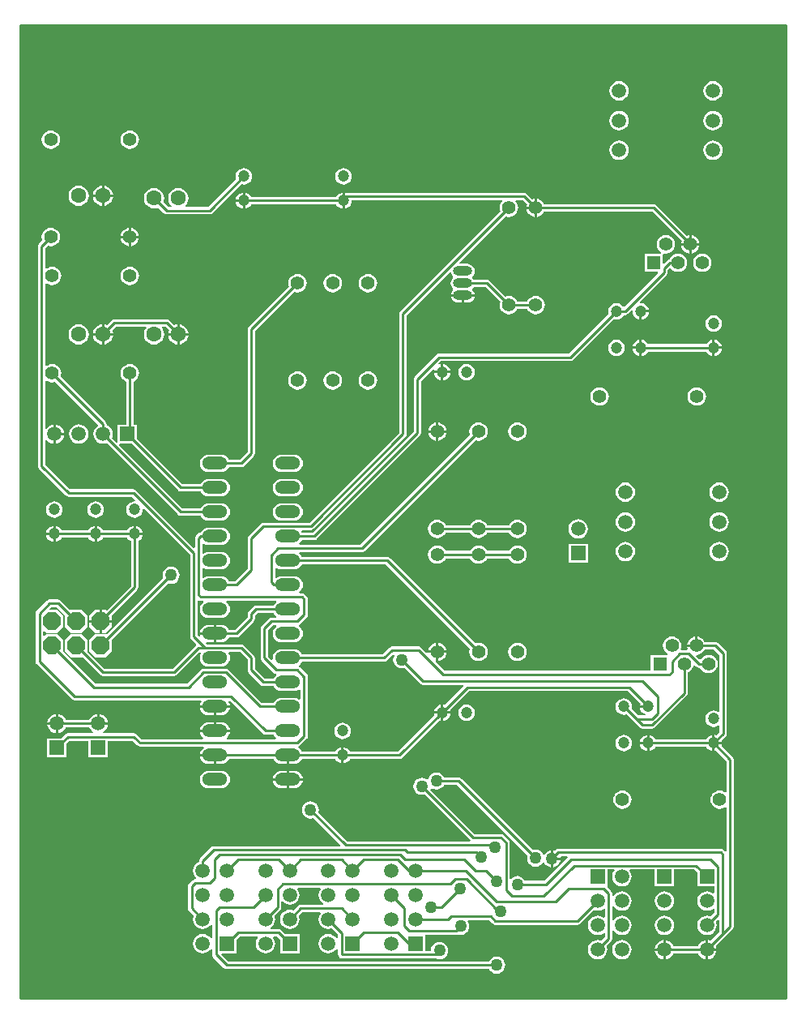
<source format=gbl>
G04*
G04 #@! TF.GenerationSoftware,Altium Limited,Altium Designer,20.0.10 (225)*
G04*
G04 Layer_Physical_Order=2*
G04 Layer_Color=16711680*
%FSLAX24Y24*%
%MOIN*%
G70*
G01*
G75*
%ADD12C,0.0100*%
%ADD39R,0.0591X0.0591*%
%ADD40C,0.0591*%
%ADD41C,0.0472*%
%ADD42P,0.0801X8X22.5*%
%ADD43C,0.0630*%
%ADD44C,0.0551*%
%ADD45O,0.0787X0.0394*%
%ADD46O,0.0787X0.0394*%
%ADD47O,0.1040X0.0520*%
%ADD48R,0.0591X0.0591*%
%ADD50R,0.0551X0.0551*%
%ADD51C,0.0500*%
G36*
X31500Y0D02*
X0D01*
Y40000D01*
X31500D01*
X31500Y0D01*
D02*
G37*
%LPC*%
G36*
X28500Y37712D02*
X28397Y37698D01*
X28301Y37658D01*
X28218Y37595D01*
X28155Y37512D01*
X28115Y37416D01*
X28101Y37313D01*
X28115Y37210D01*
X28155Y37114D01*
X28218Y37031D01*
X28301Y36968D01*
X28397Y36928D01*
X28500Y36914D01*
X28603Y36928D01*
X28699Y36968D01*
X28782Y37031D01*
X28845Y37114D01*
X28885Y37210D01*
X28899Y37313D01*
X28885Y37416D01*
X28845Y37512D01*
X28782Y37595D01*
X28699Y37658D01*
X28603Y37698D01*
X28500Y37712D01*
D02*
G37*
G36*
X24642D02*
X24539Y37698D01*
X24442Y37658D01*
X24360Y37595D01*
X24296Y37512D01*
X24257Y37416D01*
X24243Y37313D01*
X24257Y37210D01*
X24296Y37114D01*
X24360Y37031D01*
X24442Y36968D01*
X24539Y36928D01*
X24642Y36914D01*
X24745Y36928D01*
X24841Y36968D01*
X24924Y37031D01*
X24987Y37114D01*
X25027Y37210D01*
X25040Y37313D01*
X25027Y37416D01*
X24987Y37512D01*
X24924Y37595D01*
X24841Y37658D01*
X24745Y37698D01*
X24642Y37712D01*
D02*
G37*
G36*
X28500Y36491D02*
X28397Y36478D01*
X28301Y36438D01*
X28218Y36374D01*
X28155Y36292D01*
X28115Y36196D01*
X28101Y36093D01*
X28115Y35989D01*
X28155Y35893D01*
X28218Y35811D01*
X28301Y35747D01*
X28397Y35707D01*
X28500Y35694D01*
X28603Y35707D01*
X28699Y35747D01*
X28782Y35811D01*
X28845Y35893D01*
X28885Y35989D01*
X28899Y36093D01*
X28885Y36196D01*
X28845Y36292D01*
X28782Y36374D01*
X28699Y36438D01*
X28603Y36478D01*
X28500Y36491D01*
D02*
G37*
G36*
X24642D02*
X24539Y36478D01*
X24442Y36438D01*
X24360Y36374D01*
X24296Y36292D01*
X24257Y36196D01*
X24243Y36093D01*
X24257Y35989D01*
X24296Y35893D01*
X24360Y35811D01*
X24442Y35747D01*
X24539Y35707D01*
X24642Y35694D01*
X24745Y35707D01*
X24841Y35747D01*
X24924Y35811D01*
X24987Y35893D01*
X25027Y35989D01*
X25040Y36093D01*
X25027Y36196D01*
X24987Y36292D01*
X24924Y36374D01*
X24841Y36438D01*
X24745Y36478D01*
X24642Y36491D01*
D02*
G37*
G36*
X4500Y35679D02*
X4402Y35666D01*
X4311Y35628D01*
X4232Y35568D01*
X4172Y35489D01*
X4134Y35398D01*
X4121Y35300D01*
X4134Y35202D01*
X4172Y35111D01*
X4232Y35032D01*
X4311Y34972D01*
X4402Y34934D01*
X4500Y34921D01*
X4598Y34934D01*
X4689Y34972D01*
X4768Y35032D01*
X4828Y35111D01*
X4866Y35202D01*
X4879Y35300D01*
X4866Y35398D01*
X4828Y35489D01*
X4768Y35568D01*
X4689Y35628D01*
X4598Y35666D01*
X4500Y35679D01*
D02*
G37*
G36*
X1250D02*
X1152Y35666D01*
X1061Y35628D01*
X982Y35568D01*
X922Y35489D01*
X884Y35398D01*
X871Y35300D01*
X884Y35202D01*
X922Y35111D01*
X982Y35032D01*
X1061Y34972D01*
X1152Y34934D01*
X1250Y34921D01*
X1348Y34934D01*
X1439Y34972D01*
X1518Y35032D01*
X1578Y35111D01*
X1616Y35202D01*
X1629Y35300D01*
X1616Y35398D01*
X1578Y35489D01*
X1518Y35568D01*
X1439Y35628D01*
X1348Y35666D01*
X1250Y35679D01*
D02*
G37*
G36*
X28500Y35271D02*
X28397Y35257D01*
X28301Y35217D01*
X28218Y35154D01*
X28155Y35071D01*
X28115Y34975D01*
X28101Y34872D01*
X28115Y34769D01*
X28155Y34673D01*
X28218Y34590D01*
X28301Y34527D01*
X28397Y34487D01*
X28500Y34473D01*
X28603Y34487D01*
X28699Y34527D01*
X28782Y34590D01*
X28845Y34673D01*
X28885Y34769D01*
X28899Y34872D01*
X28885Y34975D01*
X28845Y35071D01*
X28782Y35154D01*
X28699Y35217D01*
X28603Y35257D01*
X28500Y35271D01*
D02*
G37*
G36*
X24642D02*
X24539Y35257D01*
X24442Y35217D01*
X24360Y35154D01*
X24296Y35071D01*
X24257Y34975D01*
X24243Y34872D01*
X24257Y34769D01*
X24296Y34673D01*
X24360Y34590D01*
X24442Y34527D01*
X24539Y34487D01*
X24642Y34473D01*
X24745Y34487D01*
X24841Y34527D01*
X24924Y34590D01*
X24987Y34673D01*
X25027Y34769D01*
X25040Y34872D01*
X25027Y34975D01*
X24987Y35071D01*
X24924Y35154D01*
X24841Y35217D01*
X24745Y35257D01*
X24642Y35271D01*
D02*
G37*
G36*
X13300Y34139D02*
X13212Y34128D01*
X13130Y34094D01*
X13060Y34040D01*
X13006Y33970D01*
X12972Y33888D01*
X12961Y33800D01*
X12972Y33712D01*
X13006Y33630D01*
X13060Y33560D01*
X13130Y33506D01*
X13212Y33472D01*
X13300Y33461D01*
X13388Y33472D01*
X13470Y33506D01*
X13540Y33560D01*
X13594Y33630D01*
X13628Y33712D01*
X13639Y33800D01*
X13628Y33888D01*
X13594Y33970D01*
X13540Y34040D01*
X13470Y34094D01*
X13388Y34128D01*
X13300Y34139D01*
D02*
G37*
G36*
X9200D02*
X9112Y34128D01*
X9030Y34094D01*
X8960Y34040D01*
X8906Y33970D01*
X8872Y33888D01*
X8861Y33800D01*
X8872Y33712D01*
X8879Y33696D01*
X7727Y32543D01*
X6794D01*
X6778Y32590D01*
X6796Y32604D01*
X6862Y32691D01*
X6904Y32792D01*
X6919Y32900D01*
X6904Y33008D01*
X6862Y33109D01*
X6796Y33196D01*
X6709Y33262D01*
X6608Y33304D01*
X6500Y33319D01*
X6392Y33304D01*
X6291Y33262D01*
X6204Y33196D01*
X6138Y33109D01*
X6096Y33008D01*
X6081Y32900D01*
X6096Y32792D01*
X6138Y32691D01*
X6204Y32604D01*
X6222Y32590D01*
X6206Y32543D01*
X6073D01*
X5881Y32735D01*
X5904Y32792D01*
X5919Y32900D01*
X5904Y33008D01*
X5862Y33109D01*
X5796Y33196D01*
X5709Y33262D01*
X5608Y33304D01*
X5500Y33319D01*
X5392Y33304D01*
X5291Y33262D01*
X5204Y33196D01*
X5138Y33109D01*
X5096Y33008D01*
X5081Y32900D01*
X5096Y32792D01*
X5138Y32691D01*
X5204Y32604D01*
X5291Y32538D01*
X5392Y32496D01*
X5500Y32481D01*
X5608Y32496D01*
X5665Y32519D01*
X5902Y32282D01*
X5951Y32249D01*
X6010Y32237D01*
X7790D01*
X7849Y32249D01*
X7898Y32282D01*
X9096Y33479D01*
X9112Y33472D01*
X9200Y33461D01*
X9288Y33472D01*
X9370Y33506D01*
X9440Y33560D01*
X9494Y33630D01*
X9528Y33712D01*
X9539Y33800D01*
X9528Y33888D01*
X9494Y33970D01*
X9440Y34040D01*
X9370Y34094D01*
X9288Y34128D01*
X9200Y34139D01*
D02*
G37*
G36*
X3450Y33412D02*
Y33050D01*
X3812D01*
X3804Y33108D01*
X3762Y33209D01*
X3696Y33296D01*
X3609Y33362D01*
X3508Y33404D01*
X3450Y33412D01*
D02*
G37*
G36*
X3350D02*
X3292Y33404D01*
X3191Y33362D01*
X3104Y33296D01*
X3038Y33209D01*
X2996Y33108D01*
X2988Y33050D01*
X3350D01*
Y33412D01*
D02*
G37*
G36*
X9150Y33133D02*
X9112Y33128D01*
X9030Y33094D01*
X8960Y33040D01*
X8906Y32970D01*
X8872Y32888D01*
X8867Y32850D01*
X9150D01*
Y33133D01*
D02*
G37*
G36*
X3812Y32950D02*
X3450D01*
Y32588D01*
X3508Y32596D01*
X3609Y32638D01*
X3696Y32704D01*
X3762Y32791D01*
X3804Y32892D01*
X3812Y32950D01*
D02*
G37*
G36*
X3350D02*
X2988D01*
X2996Y32892D01*
X3038Y32791D01*
X3104Y32704D01*
X3191Y32638D01*
X3292Y32596D01*
X3350Y32588D01*
Y32950D01*
D02*
G37*
G36*
X2400Y33419D02*
X2292Y33404D01*
X2191Y33362D01*
X2104Y33296D01*
X2038Y33209D01*
X1996Y33108D01*
X1981Y33000D01*
X1996Y32892D01*
X2038Y32791D01*
X2104Y32704D01*
X2191Y32638D01*
X2292Y32596D01*
X2400Y32581D01*
X2508Y32596D01*
X2609Y32638D01*
X2696Y32704D01*
X2762Y32791D01*
X2804Y32892D01*
X2819Y33000D01*
X2804Y33108D01*
X2762Y33209D01*
X2696Y33296D01*
X2609Y33362D01*
X2508Y33404D01*
X2400Y33419D01*
D02*
G37*
G36*
X13350Y33133D02*
Y32800D01*
Y32467D01*
X13388Y32472D01*
X13470Y32506D01*
X13540Y32560D01*
X13594Y32630D01*
X13628Y32712D01*
X13639Y32800D01*
X13654Y32817D01*
X19818D01*
X19829Y32786D01*
X19832Y32767D01*
X19772Y32689D01*
X19734Y32598D01*
X19721Y32500D01*
X19734Y32402D01*
X19749Y32365D01*
X15632Y28248D01*
X15599Y28199D01*
X15587Y28140D01*
Y23263D01*
X11887Y19563D01*
X10000D01*
X9941Y19551D01*
X9892Y19518D01*
X9392Y19018D01*
X9359Y18969D01*
X9347Y18910D01*
Y17663D01*
X8837Y17153D01*
X8586D01*
X8574Y17182D01*
X8517Y17257D01*
X8442Y17314D01*
X8354Y17351D01*
X8260Y17363D01*
X7740D01*
X7646Y17351D01*
X7558Y17314D01*
X7533Y17295D01*
X7483Y17320D01*
Y17680D01*
X7533Y17705D01*
X7558Y17686D01*
X7646Y17649D01*
X7740Y17637D01*
X8260D01*
X8354Y17649D01*
X8442Y17686D01*
X8517Y17743D01*
X8574Y17818D01*
X8611Y17906D01*
X8623Y18000D01*
X8611Y18094D01*
X8574Y18182D01*
X8517Y18257D01*
X8442Y18314D01*
X8354Y18351D01*
X8260Y18363D01*
X7740D01*
X7646Y18351D01*
X7558Y18314D01*
X7533Y18295D01*
X7483Y18320D01*
Y18680D01*
X7533Y18705D01*
X7558Y18686D01*
X7646Y18649D01*
X7740Y18637D01*
X8260D01*
X8354Y18649D01*
X8442Y18686D01*
X8517Y18743D01*
X8574Y18818D01*
X8611Y18906D01*
X8623Y19000D01*
X8611Y19094D01*
X8574Y19182D01*
X8517Y19257D01*
X8442Y19314D01*
X8354Y19351D01*
X8260Y19363D01*
X7740D01*
X7646Y19351D01*
X7558Y19314D01*
X7483Y19257D01*
X7426Y19182D01*
X7414Y19153D01*
X7410D01*
X7351Y19141D01*
X7302Y19108D01*
X7222Y19028D01*
X7189Y18979D01*
X7177Y18920D01*
Y18535D01*
X7131Y18515D01*
X4758Y20888D01*
X4709Y20921D01*
X4650Y20933D01*
X2043D01*
X1023Y21953D01*
Y22960D01*
X1073Y22977D01*
X1118Y22918D01*
X1201Y22855D01*
X1297Y22815D01*
X1350Y22808D01*
Y23200D01*
Y23592D01*
X1297Y23585D01*
X1201Y23545D01*
X1118Y23482D01*
X1073Y23423D01*
X1023Y23440D01*
Y25376D01*
X1073Y25401D01*
X1111Y25372D01*
X1202Y25334D01*
X1300Y25321D01*
X1398Y25334D01*
X1435Y25349D01*
X3193Y23591D01*
X3182Y23531D01*
X3118Y23482D01*
X3055Y23399D01*
X3015Y23303D01*
X3001Y23200D01*
X3015Y23097D01*
X3055Y23001D01*
X3118Y22918D01*
X3201Y22855D01*
X3297Y22815D01*
X3400Y22801D01*
X3503Y22815D01*
X3550Y22834D01*
X6492Y19892D01*
X6541Y19859D01*
X6600Y19847D01*
X7414D01*
X7426Y19818D01*
X7483Y19743D01*
X7558Y19686D01*
X7646Y19649D01*
X7740Y19637D01*
X8260D01*
X8354Y19649D01*
X8442Y19686D01*
X8517Y19743D01*
X8574Y19818D01*
X8611Y19906D01*
X8623Y20000D01*
X8611Y20094D01*
X8574Y20182D01*
X8517Y20257D01*
X8442Y20314D01*
X8354Y20351D01*
X8260Y20363D01*
X7740D01*
X7646Y20351D01*
X7558Y20314D01*
X7483Y20257D01*
X7426Y20182D01*
X7414Y20153D01*
X6663D01*
X4058Y22759D01*
X4077Y22805D01*
X4579D01*
X6492Y20892D01*
X6541Y20859D01*
X6600Y20847D01*
X7414D01*
X7426Y20818D01*
X7483Y20743D01*
X7558Y20686D01*
X7646Y20649D01*
X7740Y20637D01*
X8260D01*
X8354Y20649D01*
X8442Y20686D01*
X8517Y20743D01*
X8574Y20818D01*
X8611Y20906D01*
X8623Y21000D01*
X8611Y21094D01*
X8574Y21182D01*
X8517Y21257D01*
X8442Y21314D01*
X8354Y21351D01*
X8260Y21363D01*
X7740D01*
X7646Y21351D01*
X7558Y21314D01*
X7483Y21257D01*
X7426Y21182D01*
X7414Y21153D01*
X6663D01*
X4795Y23021D01*
Y23595D01*
X4653D01*
Y25357D01*
X4689Y25372D01*
X4768Y25432D01*
X4828Y25511D01*
X4866Y25602D01*
X4879Y25700D01*
X4866Y25798D01*
X4828Y25889D01*
X4768Y25968D01*
X4689Y26028D01*
X4598Y26066D01*
X4500Y26079D01*
X4402Y26066D01*
X4311Y26028D01*
X4232Y25968D01*
X4172Y25889D01*
X4134Y25798D01*
X4121Y25700D01*
X4134Y25602D01*
X4172Y25511D01*
X4232Y25432D01*
X4311Y25372D01*
X4347Y25357D01*
Y23595D01*
X4005D01*
Y22877D01*
X3959Y22858D01*
X3766Y23050D01*
X3785Y23097D01*
X3799Y23200D01*
X3785Y23303D01*
X3745Y23399D01*
X3682Y23482D01*
X3599Y23545D01*
X3553Y23564D01*
Y23600D01*
X3541Y23659D01*
X3508Y23708D01*
X1651Y25565D01*
X1666Y25602D01*
X1679Y25700D01*
X1666Y25798D01*
X1628Y25889D01*
X1568Y25968D01*
X1489Y26028D01*
X1398Y26066D01*
X1300Y26079D01*
X1202Y26066D01*
X1111Y26028D01*
X1073Y25999D01*
X1023Y26024D01*
Y29376D01*
X1073Y29401D01*
X1111Y29372D01*
X1202Y29334D01*
X1300Y29321D01*
X1398Y29334D01*
X1489Y29372D01*
X1568Y29432D01*
X1628Y29511D01*
X1666Y29602D01*
X1679Y29700D01*
X1666Y29798D01*
X1628Y29889D01*
X1568Y29968D01*
X1489Y30028D01*
X1398Y30066D01*
X1300Y30079D01*
X1202Y30066D01*
X1111Y30028D01*
X1073Y29999D01*
X1023Y30024D01*
Y30857D01*
X1115Y30949D01*
X1152Y30934D01*
X1250Y30921D01*
X1348Y30934D01*
X1439Y30972D01*
X1518Y31032D01*
X1578Y31111D01*
X1616Y31202D01*
X1629Y31300D01*
X1616Y31398D01*
X1578Y31489D01*
X1518Y31568D01*
X1439Y31628D01*
X1348Y31666D01*
X1250Y31679D01*
X1152Y31666D01*
X1061Y31628D01*
X982Y31568D01*
X922Y31489D01*
X884Y31398D01*
X871Y31300D01*
X884Y31202D01*
X899Y31165D01*
X762Y31028D01*
X729Y30979D01*
X717Y30920D01*
Y21890D01*
X729Y21831D01*
X762Y21782D01*
X1872Y20672D01*
X1921Y20639D01*
X1980Y20627D01*
X4587D01*
X4731Y20483D01*
X4709Y20438D01*
X4700Y20439D01*
X4612Y20428D01*
X4530Y20394D01*
X4460Y20340D01*
X4406Y20270D01*
X4372Y20188D01*
X4361Y20100D01*
X4372Y20012D01*
X4406Y19930D01*
X4460Y19860D01*
X4530Y19806D01*
X4612Y19772D01*
X4700Y19761D01*
X4788Y19772D01*
X4870Y19806D01*
X4940Y19860D01*
X4994Y19930D01*
X5028Y20012D01*
X5039Y20100D01*
X5038Y20109D01*
X5083Y20131D01*
X6977Y18237D01*
Y14880D01*
X6989Y14821D01*
X7022Y14772D01*
X7227Y14567D01*
X7222Y14518D01*
X6267Y13563D01*
X3453D01*
X2761Y14256D01*
X2770Y14265D01*
Y14735D01*
X2535Y14970D01*
X2065D01*
X1830Y14735D01*
Y14265D01*
X2065Y14030D01*
X2535D01*
X2544Y14039D01*
X3282Y13302D01*
X3331Y13269D01*
X3390Y13257D01*
X6330D01*
X6389Y13269D01*
X6438Y13302D01*
X7375Y14239D01*
X7404Y14235D01*
X7426Y14182D01*
X7426Y14182D01*
X7389Y14094D01*
X7377Y14000D01*
X7389Y13906D01*
X7426Y13818D01*
X7483Y13743D01*
X7558Y13686D01*
X7646Y13649D01*
X7740Y13637D01*
X8260D01*
X8354Y13649D01*
X8442Y13686D01*
X8517Y13743D01*
X8574Y13818D01*
X8611Y13906D01*
X8623Y14000D01*
X8611Y14094D01*
X8574Y14182D01*
X8555Y14207D01*
X8580Y14257D01*
X9027D01*
X9347Y13937D01*
Y13500D01*
X9359Y13441D01*
X9392Y13392D01*
X9892Y12892D01*
X9941Y12859D01*
X10000Y12847D01*
X10414D01*
X10426Y12818D01*
X10483Y12743D01*
X10558Y12686D01*
X10646Y12649D01*
X10740Y12637D01*
X11260D01*
X11354Y12649D01*
X11442Y12686D01*
X11467Y12705D01*
X11517Y12680D01*
Y12320D01*
X11467Y12295D01*
X11442Y12314D01*
X11354Y12351D01*
X11260Y12363D01*
X10740D01*
X10646Y12351D01*
X10558Y12314D01*
X10483Y12257D01*
X10426Y12182D01*
X10414Y12153D01*
X9933D01*
X8568Y13518D01*
X8519Y13551D01*
X8460Y13563D01*
X7540D01*
X7481Y13551D01*
X7432Y13518D01*
X6847Y12933D01*
X3083D01*
X1761Y14256D01*
X1770Y14265D01*
Y14735D01*
X1535Y14970D01*
X1065D01*
X979Y14884D01*
X933Y14903D01*
Y15097D01*
X979Y15116D01*
X1065Y15030D01*
X1535D01*
X1770Y15265D01*
Y15735D01*
X1535Y15970D01*
X1202D01*
X1182Y16016D01*
X1263Y16097D01*
X1487D01*
X1839Y15744D01*
X1830Y15735D01*
Y15265D01*
X2065Y15030D01*
X2535D01*
X2770Y15265D01*
Y15735D01*
X2535Y15970D01*
X2065D01*
X2056Y15961D01*
X1658Y16358D01*
X1609Y16391D01*
X1550Y16403D01*
X1200D01*
X1141Y16391D01*
X1092Y16358D01*
X672Y15938D01*
X639Y15889D01*
X627Y15830D01*
Y13850D01*
X639Y13791D01*
X672Y13742D01*
X2112Y12302D01*
X2161Y12269D01*
X2220Y12257D01*
X7420D01*
X7445Y12207D01*
X7426Y12182D01*
X7389Y12094D01*
X7383Y12050D01*
X8617D01*
X8611Y12094D01*
X8574Y12182D01*
X8574Y12182D01*
X8596Y12235D01*
X8625Y12239D01*
X9972Y10892D01*
X10021Y10859D01*
X10080Y10847D01*
X10414D01*
X10426Y10818D01*
X10483Y10743D01*
X10523Y10713D01*
X10506Y10663D01*
X8494D01*
X8477Y10713D01*
X8517Y10743D01*
X8574Y10818D01*
X8611Y10906D01*
X8617Y10950D01*
X7383D01*
X7389Y10906D01*
X7426Y10818D01*
X7483Y10743D01*
X7523Y10713D01*
X7506Y10663D01*
X4973D01*
X4778Y10858D01*
X4729Y10891D01*
X4670Y10903D01*
X3405D01*
X3395Y10953D01*
X3399Y10955D01*
X3482Y11018D01*
X3545Y11101D01*
X3585Y11197D01*
X3592Y11250D01*
X3200D01*
Y11300D01*
X3150D01*
Y11692D01*
X3097Y11685D01*
X3001Y11645D01*
X2918Y11582D01*
X2855Y11499D01*
X2836Y11453D01*
X1864D01*
X1845Y11499D01*
X1782Y11582D01*
X1699Y11645D01*
X1603Y11685D01*
X1550Y11692D01*
Y11300D01*
Y10908D01*
X1603Y10915D01*
X1699Y10955D01*
X1782Y11018D01*
X1845Y11101D01*
X1864Y11147D01*
X2836D01*
X2855Y11101D01*
X2918Y11018D01*
X3001Y10955D01*
X3005Y10953D01*
X2995Y10903D01*
X1950D01*
X1891Y10891D01*
X1842Y10858D01*
X1679Y10695D01*
X1105D01*
Y9905D01*
X1895D01*
Y10479D01*
X2013Y10597D01*
X2805D01*
Y9905D01*
X3595D01*
Y10597D01*
X4607D01*
X4802Y10402D01*
X4851Y10369D01*
X4910Y10357D01*
X7536D01*
X7541Y10347D01*
X7549Y10307D01*
X7483Y10257D01*
X7426Y10182D01*
X7389Y10094D01*
X7383Y10050D01*
X8000D01*
Y10000D01*
X8050D01*
Y9637D01*
X8260D01*
X8354Y9649D01*
X8442Y9686D01*
X8517Y9743D01*
X8574Y9818D01*
X8586Y9847D01*
X10414D01*
X10426Y9818D01*
X10483Y9743D01*
X10558Y9686D01*
X10646Y9649D01*
X10740Y9637D01*
X10950D01*
Y10000D01*
X11050D01*
Y9637D01*
X11260D01*
X11354Y9649D01*
X11442Y9686D01*
X11517Y9743D01*
X11574Y9818D01*
X11586Y9847D01*
X12949D01*
X12956Y9830D01*
X13010Y9760D01*
X13080Y9706D01*
X13162Y9672D01*
X13200Y9667D01*
Y10000D01*
Y10333D01*
X13162Y10328D01*
X13080Y10294D01*
X13010Y10240D01*
X12956Y10170D01*
X12949Y10153D01*
X11586D01*
X11574Y10182D01*
X11517Y10257D01*
X11442Y10314D01*
X11442Y10315D01*
X11447Y10366D01*
X11459Y10369D01*
X11508Y10402D01*
X11778Y10672D01*
X11811Y10721D01*
X11823Y10780D01*
Y13230D01*
X11811Y13289D01*
X11778Y13338D01*
X11508Y13608D01*
X11459Y13641D01*
X11456Y13648D01*
X11452Y13694D01*
X11517Y13743D01*
X11574Y13818D01*
X11586Y13847D01*
X14969D01*
X15027Y13859D01*
X15077Y13892D01*
X15338Y14152D01*
X15362Y14149D01*
X15384Y14097D01*
X15349Y14011D01*
X15337Y13920D01*
X15349Y13829D01*
X15384Y13743D01*
X15440Y13670D01*
X15513Y13614D01*
X15599Y13579D01*
X15690Y13567D01*
X15781Y13579D01*
X15805Y13589D01*
X16452Y12942D01*
X16501Y12909D01*
X16560Y12897D01*
X18215D01*
X18235Y12851D01*
X17454Y12071D01*
X17438Y12078D01*
X17400Y12083D01*
Y11800D01*
X17683D01*
X17678Y11838D01*
X17671Y11854D01*
X18453Y12637D01*
X24983D01*
X25516Y12104D01*
X25509Y12088D01*
X25504Y12050D01*
X25837D01*
Y11950D01*
X25504D01*
X25509Y11912D01*
X25543Y11830D01*
X25597Y11760D01*
X25667Y11706D01*
X25723Y11683D01*
X25714Y11633D01*
X25420D01*
X25157Y11896D01*
X25164Y11912D01*
X25176Y12000D01*
X25164Y12088D01*
X25130Y12170D01*
X25076Y12240D01*
X25006Y12294D01*
X24924Y12328D01*
X24837Y12339D01*
X24749Y12328D01*
X24667Y12294D01*
X24597Y12240D01*
X24543Y12170D01*
X24509Y12088D01*
X24497Y12000D01*
X24509Y11912D01*
X24543Y11830D01*
X24597Y11760D01*
X24667Y11706D01*
X24749Y11672D01*
X24837Y11661D01*
X24924Y11672D01*
X24941Y11679D01*
X25248Y11372D01*
X25478Y11142D01*
X25528Y11109D01*
X25587Y11097D01*
X26000D01*
X26059Y11109D01*
X26108Y11142D01*
X27421Y12455D01*
X27454Y12504D01*
X27466Y12563D01*
Y13407D01*
X27502Y13422D01*
X27581Y13482D01*
X27641Y13561D01*
X27679Y13652D01*
X27684Y13694D01*
X27737Y13711D01*
X27807Y13642D01*
X27856Y13609D01*
X27915Y13597D01*
X27970D01*
X27985Y13561D01*
X28045Y13482D01*
X28124Y13422D01*
X28215Y13384D01*
X28313Y13371D01*
X28411Y13384D01*
X28502Y13422D01*
X28581Y13482D01*
X28641Y13561D01*
X28679Y13652D01*
X28692Y13750D01*
X28679Y13848D01*
X28641Y13939D01*
X28581Y14018D01*
X28502Y14078D01*
X28411Y14116D01*
X28313Y14129D01*
X28215Y14116D01*
X28124Y14078D01*
X28045Y14018D01*
X27997Y13955D01*
X27938Y13943D01*
X27806Y14075D01*
X27829Y14123D01*
X27911Y14134D01*
X28002Y14172D01*
X28081Y14232D01*
X28141Y14311D01*
X28156Y14347D01*
X28537D01*
X28757Y14127D01*
Y11801D01*
X28712Y11779D01*
X28693Y11794D01*
X28611Y11828D01*
X28524Y11839D01*
X28436Y11828D01*
X28354Y11794D01*
X28284Y11740D01*
X28230Y11670D01*
X28196Y11588D01*
X28184Y11500D01*
X28196Y11412D01*
X28230Y11330D01*
X28284Y11260D01*
X28354Y11206D01*
X28436Y11172D01*
X28524Y11161D01*
X28611Y11172D01*
X28693Y11206D01*
X28712Y11221D01*
X28757Y11199D01*
Y10950D01*
X28628Y10821D01*
X28611Y10828D01*
X28574Y10833D01*
Y10550D01*
X28856D01*
X28851Y10588D01*
X28844Y10604D01*
X29018Y10778D01*
X29051Y10828D01*
X29063Y10886D01*
Y14190D01*
X29051Y14249D01*
X29018Y14298D01*
X28708Y14608D01*
X28659Y14641D01*
X28600Y14653D01*
X28156D01*
X28141Y14689D01*
X28081Y14768D01*
X28002Y14828D01*
X27911Y14866D01*
X27863Y14872D01*
Y14500D01*
X27813D01*
Y14450D01*
X27441D01*
X27447Y14402D01*
X27460Y14370D01*
X27432Y14329D01*
X27194D01*
X27166Y14370D01*
X27179Y14402D01*
X27192Y14500D01*
X27179Y14598D01*
X27141Y14689D01*
X27081Y14768D01*
X27002Y14828D01*
X26911Y14866D01*
X26813Y14879D01*
X26715Y14866D01*
X26624Y14828D01*
X26545Y14768D01*
X26485Y14689D01*
X26447Y14598D01*
X26434Y14500D01*
X26447Y14402D01*
X26485Y14311D01*
X26545Y14232D01*
X26619Y14176D01*
X26619Y14160D01*
X26605Y14126D01*
X25937D01*
Y13473D01*
X17451D01*
X17097Y13828D01*
X17100Y13835D01*
Y14200D01*
X16735D01*
X16728Y14197D01*
X16495Y14429D01*
X16445Y14462D01*
X16387Y14474D01*
X15290D01*
X15231Y14462D01*
X15182Y14429D01*
X14905Y14153D01*
X11586D01*
X11574Y14182D01*
X11517Y14257D01*
X11442Y14314D01*
X11354Y14351D01*
X11260Y14363D01*
X10740D01*
X10646Y14351D01*
X10558Y14314D01*
X10483Y14257D01*
X10426Y14182D01*
X10389Y14094D01*
X10377Y14000D01*
X10386Y13931D01*
X10339Y13908D01*
X10183Y14063D01*
Y15137D01*
X10393Y15347D01*
X10519D01*
X10536Y15297D01*
X10483Y15257D01*
X10426Y15182D01*
X10389Y15094D01*
X10377Y15000D01*
X10389Y14906D01*
X10426Y14818D01*
X10483Y14743D01*
X10558Y14686D01*
X10646Y14649D01*
X10740Y14637D01*
X11260D01*
X11354Y14649D01*
X11442Y14686D01*
X11517Y14743D01*
X11574Y14818D01*
X11611Y14906D01*
X11623Y15000D01*
X11611Y15094D01*
X11574Y15182D01*
X11517Y15257D01*
X11452Y15306D01*
X11456Y15352D01*
X11459Y15359D01*
X11508Y15392D01*
X11778Y15662D01*
X11811Y15711D01*
X11823Y15770D01*
Y16410D01*
X11811Y16469D01*
X11778Y16518D01*
X11688Y16608D01*
X11639Y16641D01*
X11580Y16653D01*
X11481D01*
X11464Y16703D01*
X11517Y16743D01*
X11574Y16818D01*
X11611Y16906D01*
X11623Y17000D01*
X11611Y17094D01*
X11574Y17182D01*
X11517Y17257D01*
X11442Y17314D01*
X11354Y17351D01*
X11260Y17363D01*
X10740D01*
X10646Y17351D01*
X10558Y17314D01*
X10533Y17295D01*
X10483Y17320D01*
Y17680D01*
X10533Y17705D01*
X10558Y17686D01*
X10646Y17649D01*
X10740Y17637D01*
X11260D01*
X11354Y17649D01*
X11442Y17686D01*
X11517Y17743D01*
X11574Y17818D01*
X11586Y17847D01*
X15037D01*
X18499Y14385D01*
X18484Y14348D01*
X18471Y14250D01*
X18484Y14152D01*
X18522Y14061D01*
X18582Y13982D01*
X18661Y13922D01*
X18752Y13884D01*
X18850Y13871D01*
X18948Y13884D01*
X19039Y13922D01*
X19118Y13982D01*
X19178Y14061D01*
X19216Y14152D01*
X19229Y14250D01*
X19216Y14348D01*
X19178Y14439D01*
X19118Y14518D01*
X19039Y14578D01*
X18948Y14616D01*
X18850Y14629D01*
X18752Y14616D01*
X18715Y14601D01*
X15208Y18108D01*
X15159Y18141D01*
X15100Y18153D01*
X11586D01*
X11574Y18182D01*
X11517Y18257D01*
X11464Y18297D01*
X11481Y18347D01*
X14050D01*
X14109Y18359D01*
X14158Y18392D01*
X18715Y22949D01*
X18752Y22934D01*
X18850Y22921D01*
X18948Y22934D01*
X19039Y22972D01*
X19118Y23032D01*
X19178Y23111D01*
X19216Y23202D01*
X19229Y23300D01*
X19216Y23398D01*
X19178Y23489D01*
X19118Y23568D01*
X19039Y23628D01*
X18948Y23666D01*
X18850Y23679D01*
X18752Y23666D01*
X18661Y23628D01*
X18582Y23568D01*
X18522Y23489D01*
X18484Y23398D01*
X18471Y23300D01*
X18484Y23202D01*
X18499Y23165D01*
X13987Y18653D01*
X11481D01*
X11464Y18703D01*
X11517Y18743D01*
X11574Y18818D01*
X11586Y18847D01*
X12090D01*
X12149Y18859D01*
X12198Y18892D01*
X16438Y23132D01*
X16471Y23181D01*
X16483Y23240D01*
Y25387D01*
X16993Y25896D01*
X17035Y25868D01*
X17022Y25838D01*
X17017Y25800D01*
X17300D01*
Y26083D01*
X17262Y26078D01*
X17232Y26065D01*
X17204Y26107D01*
X17303Y26207D01*
X22634D01*
X22692Y26219D01*
X22742Y26252D01*
X24419Y27929D01*
X24436Y27922D01*
X24524Y27911D01*
X24611Y27922D01*
X24693Y27956D01*
X24763Y28010D01*
X24817Y28080D01*
X24824Y28097D01*
X24880D01*
X24939Y28109D01*
X24988Y28142D01*
X25140Y28294D01*
X25187Y28270D01*
X25185Y28250D01*
X25196Y28162D01*
X25230Y28080D01*
X25284Y28010D01*
X25354Y27956D01*
X25436Y27922D01*
X25474Y27917D01*
Y28250D01*
X25524D01*
Y28300D01*
X25856D01*
X25851Y28338D01*
X25817Y28420D01*
X25763Y28490D01*
X25693Y28544D01*
X25611Y28578D01*
X25524Y28589D01*
X25503Y28586D01*
X25480Y28634D01*
X26598Y29752D01*
X26631Y29801D01*
X26643Y29860D01*
Y29937D01*
X26722Y30016D01*
X26772Y30012D01*
X26795Y29982D01*
X26874Y29922D01*
X26965Y29884D01*
X27063Y29871D01*
X27161Y29884D01*
X27252Y29922D01*
X27331Y29982D01*
X27391Y30061D01*
X27429Y30152D01*
X27442Y30250D01*
X27429Y30348D01*
X27391Y30439D01*
X27331Y30518D01*
X27252Y30578D01*
X27161Y30616D01*
X27063Y30629D01*
X26965Y30616D01*
X26874Y30578D01*
X26795Y30518D01*
X26735Y30439D01*
X26718Y30399D01*
X26681Y30391D01*
X26632Y30358D01*
X26485Y30211D01*
X26439Y30230D01*
Y30591D01*
X26444Y30600D01*
X26486Y30631D01*
X26563Y30621D01*
X26661Y30634D01*
X26752Y30672D01*
X26831Y30732D01*
X26891Y30811D01*
X26929Y30902D01*
X26942Y31000D01*
X26929Y31098D01*
X26891Y31189D01*
X26831Y31268D01*
X26752Y31328D01*
X26661Y31366D01*
X26563Y31379D01*
X26465Y31366D01*
X26374Y31328D01*
X26295Y31268D01*
X26235Y31189D01*
X26197Y31098D01*
X26184Y31000D01*
X26197Y30902D01*
X26235Y30811D01*
X26295Y30732D01*
X26369Y30676D01*
X26369Y30660D01*
X26355Y30626D01*
X25687D01*
Y29874D01*
X26223D01*
X26242Y29828D01*
X24858Y28445D01*
X24794Y28451D01*
X24763Y28490D01*
X24693Y28544D01*
X24611Y28578D01*
X24524Y28589D01*
X24436Y28578D01*
X24354Y28544D01*
X24284Y28490D01*
X24230Y28420D01*
X24196Y28338D01*
X24185Y28250D01*
X24196Y28162D01*
X24203Y28146D01*
X22570Y26513D01*
X17240D01*
X17181Y26501D01*
X17132Y26468D01*
X16222Y25558D01*
X16189Y25509D01*
X16177Y25450D01*
Y23303D01*
X12027Y19153D01*
X11586D01*
X11574Y19182D01*
X11555Y19207D01*
X11580Y19257D01*
X11950D01*
X12009Y19269D01*
X12058Y19302D01*
X15848Y23092D01*
X15881Y23141D01*
X15893Y23200D01*
Y28077D01*
X17665Y29849D01*
X17713Y29833D01*
X17714Y29823D01*
X17744Y29750D01*
X17791Y29688D01*
X17809Y29675D01*
Y29625D01*
X17791Y29612D01*
X17744Y29550D01*
X17714Y29477D01*
X17704Y29400D01*
X17714Y29323D01*
X17744Y29250D01*
X17791Y29188D01*
X17809Y29175D01*
Y29125D01*
X17791Y29112D01*
X17744Y29050D01*
X17714Y28977D01*
X17710Y28950D01*
X18690D01*
X18686Y28977D01*
X18656Y29050D01*
X18609Y29112D01*
X18591Y29125D01*
Y29175D01*
X18609Y29188D01*
X18654Y29247D01*
X19137D01*
X19749Y28635D01*
X19734Y28598D01*
X19721Y28500D01*
X19734Y28402D01*
X19772Y28311D01*
X19832Y28232D01*
X19911Y28172D01*
X20002Y28134D01*
X20100Y28121D01*
X20198Y28134D01*
X20289Y28172D01*
X20368Y28232D01*
X20428Y28311D01*
X20443Y28347D01*
X20857D01*
X20872Y28311D01*
X20932Y28232D01*
X21011Y28172D01*
X21102Y28134D01*
X21200Y28121D01*
X21298Y28134D01*
X21389Y28172D01*
X21468Y28232D01*
X21528Y28311D01*
X21566Y28402D01*
X21579Y28500D01*
X21566Y28598D01*
X21528Y28689D01*
X21468Y28768D01*
X21389Y28828D01*
X21298Y28866D01*
X21200Y28879D01*
X21102Y28866D01*
X21011Y28828D01*
X20932Y28768D01*
X20872Y28689D01*
X20857Y28653D01*
X20443D01*
X20428Y28689D01*
X20368Y28768D01*
X20289Y28828D01*
X20198Y28866D01*
X20100Y28879D01*
X20002Y28866D01*
X19965Y28851D01*
X19308Y29508D01*
X19259Y29541D01*
X19200Y29553D01*
X18654D01*
X18609Y29612D01*
X18591Y29625D01*
Y29675D01*
X18609Y29688D01*
X18656Y29750D01*
X18686Y29823D01*
X18696Y29900D01*
X18686Y29977D01*
X18656Y30050D01*
X18609Y30112D01*
X18547Y30159D01*
X18474Y30189D01*
X18397Y30199D01*
X18081D01*
X18062Y30246D01*
X19965Y32149D01*
X20002Y32134D01*
X20100Y32121D01*
X20198Y32134D01*
X20289Y32172D01*
X20368Y32232D01*
X20428Y32311D01*
X20466Y32402D01*
X20479Y32500D01*
X20466Y32598D01*
X20428Y32689D01*
X20368Y32767D01*
X20371Y32786D01*
X20382Y32817D01*
X20667D01*
X20849Y32635D01*
X20834Y32598D01*
X20828Y32550D01*
X21150D01*
Y32872D01*
X21102Y32866D01*
X21065Y32851D01*
X20838Y33078D01*
X20789Y33111D01*
X20730Y33123D01*
X13470D01*
X13422Y33113D01*
X13388Y33128D01*
X13350Y33133D01*
D02*
G37*
G36*
X9250D02*
Y32800D01*
Y32467D01*
X9288Y32472D01*
X9370Y32506D01*
X9440Y32560D01*
X9494Y32630D01*
X9501Y32647D01*
X12999D01*
X13006Y32630D01*
X13060Y32560D01*
X13130Y32506D01*
X13212Y32472D01*
X13250Y32467D01*
Y32800D01*
Y33133D01*
X13212Y33128D01*
X13130Y33094D01*
X13060Y33040D01*
X13006Y32970D01*
X12999Y32953D01*
X9501D01*
X9494Y32970D01*
X9440Y33040D01*
X9370Y33094D01*
X9288Y33128D01*
X9250Y33133D01*
D02*
G37*
G36*
X9150Y32750D02*
X8867D01*
X8872Y32712D01*
X8906Y32630D01*
X8960Y32560D01*
X9030Y32506D01*
X9112Y32472D01*
X9150Y32467D01*
Y32750D01*
D02*
G37*
G36*
X21150Y32450D02*
X20828D01*
X20834Y32402D01*
X20872Y32311D01*
X20932Y32232D01*
X21011Y32172D01*
X21102Y32134D01*
X21150Y32128D01*
Y32450D01*
D02*
G37*
G36*
X4550Y31672D02*
Y31350D01*
X4872D01*
X4866Y31398D01*
X4828Y31489D01*
X4768Y31568D01*
X4689Y31628D01*
X4598Y31666D01*
X4550Y31672D01*
D02*
G37*
G36*
X4450D02*
X4402Y31666D01*
X4311Y31628D01*
X4232Y31568D01*
X4172Y31489D01*
X4134Y31398D01*
X4128Y31350D01*
X4450D01*
Y31672D01*
D02*
G37*
G36*
X27613Y31372D02*
Y31050D01*
X27935D01*
X27929Y31098D01*
X27891Y31189D01*
X27831Y31268D01*
X27752Y31328D01*
X27661Y31366D01*
X27613Y31372D01*
D02*
G37*
G36*
X21250Y32872D02*
Y32500D01*
Y32128D01*
X21298Y32134D01*
X21389Y32172D01*
X21468Y32232D01*
X21528Y32311D01*
X21543Y32347D01*
X26000D01*
X27212Y31135D01*
X27197Y31098D01*
X27191Y31050D01*
X27513D01*
Y31372D01*
X27465Y31366D01*
X27428Y31351D01*
X26171Y32608D01*
X26122Y32641D01*
X26063Y32653D01*
X21543D01*
X21528Y32689D01*
X21468Y32768D01*
X21389Y32828D01*
X21298Y32866D01*
X21250Y32872D01*
D02*
G37*
G36*
X4872Y31250D02*
X4550D01*
Y30928D01*
X4598Y30934D01*
X4689Y30972D01*
X4768Y31032D01*
X4828Y31111D01*
X4866Y31202D01*
X4872Y31250D01*
D02*
G37*
G36*
X4450D02*
X4128D01*
X4134Y31202D01*
X4172Y31111D01*
X4232Y31032D01*
X4311Y30972D01*
X4402Y30934D01*
X4450Y30928D01*
Y31250D01*
D02*
G37*
G36*
X27935Y30950D02*
X27613D01*
Y30628D01*
X27661Y30634D01*
X27752Y30672D01*
X27831Y30732D01*
X27891Y30811D01*
X27929Y30902D01*
X27935Y30950D01*
D02*
G37*
G36*
X27513D02*
X27191D01*
X27197Y30902D01*
X27235Y30811D01*
X27295Y30732D01*
X27374Y30672D01*
X27465Y30634D01*
X27513Y30628D01*
Y30950D01*
D02*
G37*
G36*
X28063Y30629D02*
X27965Y30616D01*
X27874Y30578D01*
X27795Y30518D01*
X27735Y30439D01*
X27697Y30348D01*
X27684Y30250D01*
X27697Y30152D01*
X27735Y30061D01*
X27795Y29982D01*
X27874Y29922D01*
X27965Y29884D01*
X28063Y29871D01*
X28161Y29884D01*
X28252Y29922D01*
X28331Y29982D01*
X28391Y30061D01*
X28429Y30152D01*
X28442Y30250D01*
X28429Y30348D01*
X28391Y30439D01*
X28331Y30518D01*
X28252Y30578D01*
X28161Y30616D01*
X28063Y30629D01*
D02*
G37*
G36*
X4500Y30079D02*
X4402Y30066D01*
X4311Y30028D01*
X4232Y29968D01*
X4172Y29889D01*
X4134Y29798D01*
X4121Y29700D01*
X4134Y29602D01*
X4172Y29511D01*
X4232Y29432D01*
X4311Y29372D01*
X4402Y29334D01*
X4500Y29321D01*
X4598Y29334D01*
X4689Y29372D01*
X4768Y29432D01*
X4828Y29511D01*
X4866Y29602D01*
X4879Y29700D01*
X4866Y29798D01*
X4828Y29889D01*
X4768Y29968D01*
X4689Y30028D01*
X4598Y30066D01*
X4500Y30079D01*
D02*
G37*
G36*
X14300Y29779D02*
X14202Y29766D01*
X14111Y29728D01*
X14032Y29668D01*
X13972Y29589D01*
X13934Y29498D01*
X13921Y29400D01*
X13934Y29302D01*
X13972Y29211D01*
X14032Y29132D01*
X14111Y29072D01*
X14202Y29034D01*
X14300Y29021D01*
X14398Y29034D01*
X14489Y29072D01*
X14568Y29132D01*
X14628Y29211D01*
X14666Y29302D01*
X14679Y29400D01*
X14666Y29498D01*
X14628Y29589D01*
X14568Y29668D01*
X14489Y29728D01*
X14398Y29766D01*
X14300Y29779D01*
D02*
G37*
G36*
X12850D02*
X12752Y29766D01*
X12661Y29728D01*
X12582Y29668D01*
X12522Y29589D01*
X12484Y29498D01*
X12471Y29400D01*
X12484Y29302D01*
X12522Y29211D01*
X12582Y29132D01*
X12661Y29072D01*
X12752Y29034D01*
X12850Y29021D01*
X12948Y29034D01*
X13039Y29072D01*
X13118Y29132D01*
X13178Y29211D01*
X13216Y29302D01*
X13229Y29400D01*
X13216Y29498D01*
X13178Y29589D01*
X13118Y29668D01*
X13039Y29728D01*
X12948Y29766D01*
X12850Y29779D01*
D02*
G37*
G36*
X11400D02*
X11302Y29766D01*
X11211Y29728D01*
X11132Y29668D01*
X11072Y29589D01*
X11034Y29498D01*
X11021Y29400D01*
X11034Y29302D01*
X11049Y29265D01*
X9392Y27608D01*
X9359Y27559D01*
X9347Y27500D01*
Y22463D01*
X9037Y22153D01*
X8586D01*
X8574Y22182D01*
X8517Y22257D01*
X8442Y22314D01*
X8354Y22351D01*
X8260Y22363D01*
X7740D01*
X7646Y22351D01*
X7558Y22314D01*
X7483Y22257D01*
X7426Y22182D01*
X7389Y22094D01*
X7377Y22000D01*
X7389Y21906D01*
X7426Y21818D01*
X7483Y21743D01*
X7558Y21686D01*
X7646Y21649D01*
X7740Y21637D01*
X8260D01*
X8354Y21649D01*
X8442Y21686D01*
X8517Y21743D01*
X8574Y21818D01*
X8586Y21847D01*
X9100D01*
X9159Y21859D01*
X9208Y21892D01*
X9608Y22292D01*
X9641Y22341D01*
X9653Y22400D01*
Y27437D01*
X11265Y29049D01*
X11302Y29034D01*
X11400Y29021D01*
X11498Y29034D01*
X11589Y29072D01*
X11668Y29132D01*
X11728Y29211D01*
X11766Y29302D01*
X11779Y29400D01*
X11766Y29498D01*
X11728Y29589D01*
X11668Y29668D01*
X11589Y29728D01*
X11498Y29766D01*
X11400Y29779D01*
D02*
G37*
G36*
X18690Y28850D02*
X18250D01*
Y28601D01*
X18397D01*
X18474Y28611D01*
X18547Y28641D01*
X18609Y28688D01*
X18656Y28750D01*
X18686Y28823D01*
X18690Y28850D01*
D02*
G37*
G36*
X18150D02*
X17710D01*
X17714Y28823D01*
X17744Y28750D01*
X17791Y28688D01*
X17853Y28641D01*
X17926Y28611D01*
X18003Y28601D01*
X18150D01*
Y28850D01*
D02*
G37*
G36*
X25856Y28200D02*
X25574D01*
Y27917D01*
X25611Y27922D01*
X25693Y27956D01*
X25763Y28010D01*
X25817Y28080D01*
X25851Y28162D01*
X25856Y28200D01*
D02*
G37*
G36*
X6030Y27923D02*
X3870D01*
X3811Y27911D01*
X3762Y27878D01*
X3565Y27681D01*
X3508Y27704D01*
X3450Y27712D01*
Y27350D01*
X3812D01*
X3804Y27408D01*
X3781Y27465D01*
X3933Y27617D01*
X5157D01*
X5182Y27567D01*
X5138Y27509D01*
X5096Y27408D01*
X5081Y27300D01*
X5096Y27192D01*
X5138Y27091D01*
X5204Y27004D01*
X5291Y26938D01*
X5392Y26896D01*
X5500Y26881D01*
X5608Y26896D01*
X5709Y26938D01*
X5796Y27004D01*
X5862Y27091D01*
X5904Y27192D01*
X5919Y27300D01*
X5904Y27408D01*
X5862Y27509D01*
X5818Y27567D01*
X5843Y27617D01*
X5967D01*
X6119Y27465D01*
X6096Y27408D01*
X6088Y27350D01*
X6450D01*
Y27712D01*
X6392Y27704D01*
X6335Y27681D01*
X6138Y27878D01*
X6089Y27911D01*
X6030Y27923D01*
D02*
G37*
G36*
X28524Y28089D02*
X28436Y28078D01*
X28354Y28044D01*
X28284Y27990D01*
X28230Y27920D01*
X28196Y27838D01*
X28184Y27750D01*
X28196Y27662D01*
X28230Y27580D01*
X28284Y27510D01*
X28354Y27456D01*
X28436Y27422D01*
X28524Y27411D01*
X28611Y27422D01*
X28693Y27456D01*
X28763Y27510D01*
X28817Y27580D01*
X28851Y27662D01*
X28863Y27750D01*
X28851Y27838D01*
X28817Y27920D01*
X28763Y27990D01*
X28693Y28044D01*
X28611Y28078D01*
X28524Y28089D01*
D02*
G37*
G36*
X6550Y27712D02*
Y27350D01*
X6912D01*
X6904Y27408D01*
X6862Y27509D01*
X6796Y27596D01*
X6709Y27662D01*
X6608Y27704D01*
X6550Y27712D01*
D02*
G37*
G36*
X3350D02*
X3292Y27704D01*
X3191Y27662D01*
X3104Y27596D01*
X3038Y27509D01*
X2996Y27408D01*
X2988Y27350D01*
X3350D01*
Y27712D01*
D02*
G37*
G36*
X6912Y27250D02*
X6550D01*
Y26888D01*
X6608Y26896D01*
X6709Y26938D01*
X6796Y27004D01*
X6862Y27091D01*
X6904Y27192D01*
X6912Y27250D01*
D02*
G37*
G36*
X3812D02*
X3450D01*
Y26888D01*
X3508Y26896D01*
X3609Y26938D01*
X3696Y27004D01*
X3762Y27091D01*
X3804Y27192D01*
X3812Y27250D01*
D02*
G37*
G36*
X6450D02*
X6088D01*
X6096Y27192D01*
X6138Y27091D01*
X6204Y27004D01*
X6291Y26938D01*
X6392Y26896D01*
X6450Y26888D01*
Y27250D01*
D02*
G37*
G36*
X3350D02*
X2988D01*
X2996Y27192D01*
X3038Y27091D01*
X3104Y27004D01*
X3191Y26938D01*
X3292Y26896D01*
X3350Y26888D01*
Y27250D01*
D02*
G37*
G36*
X2400Y27719D02*
X2292Y27704D01*
X2191Y27662D01*
X2104Y27596D01*
X2038Y27509D01*
X1996Y27408D01*
X1981Y27300D01*
X1996Y27192D01*
X2038Y27091D01*
X2104Y27004D01*
X2191Y26938D01*
X2292Y26896D01*
X2400Y26881D01*
X2508Y26896D01*
X2609Y26938D01*
X2696Y27004D01*
X2762Y27091D01*
X2804Y27192D01*
X2819Y27300D01*
X2804Y27408D01*
X2762Y27509D01*
X2696Y27596D01*
X2609Y27662D01*
X2508Y27704D01*
X2400Y27719D01*
D02*
G37*
G36*
X28574Y27083D02*
Y26800D01*
X28856D01*
X28851Y26838D01*
X28817Y26920D01*
X28763Y26990D01*
X28693Y27044D01*
X28611Y27078D01*
X28574Y27083D01*
D02*
G37*
G36*
X25474D02*
X25436Y27078D01*
X25354Y27044D01*
X25284Y26990D01*
X25230Y26920D01*
X25196Y26838D01*
X25191Y26800D01*
X25474D01*
Y27083D01*
D02*
G37*
G36*
X28856Y26700D02*
X28574D01*
Y26417D01*
X28611Y26422D01*
X28693Y26456D01*
X28763Y26510D01*
X28817Y26580D01*
X28851Y26662D01*
X28856Y26700D01*
D02*
G37*
G36*
X25474D02*
X25191D01*
X25196Y26662D01*
X25230Y26580D01*
X25284Y26510D01*
X25354Y26456D01*
X25436Y26422D01*
X25474Y26417D01*
Y26700D01*
D02*
G37*
G36*
X25574Y27083D02*
Y26750D01*
Y26417D01*
X25611Y26422D01*
X25693Y26456D01*
X25763Y26510D01*
X25817Y26580D01*
X25824Y26597D01*
X28223D01*
X28230Y26580D01*
X28284Y26510D01*
X28354Y26456D01*
X28436Y26422D01*
X28474Y26417D01*
Y26750D01*
Y27083D01*
X28436Y27078D01*
X28354Y27044D01*
X28284Y26990D01*
X28230Y26920D01*
X28223Y26903D01*
X25824D01*
X25817Y26920D01*
X25763Y26990D01*
X25693Y27044D01*
X25611Y27078D01*
X25574Y27083D01*
D02*
G37*
G36*
X24524Y27089D02*
X24436Y27078D01*
X24354Y27044D01*
X24284Y26990D01*
X24230Y26920D01*
X24196Y26838D01*
X24185Y26750D01*
X24196Y26662D01*
X24230Y26580D01*
X24284Y26510D01*
X24354Y26456D01*
X24436Y26422D01*
X24524Y26411D01*
X24611Y26422D01*
X24693Y26456D01*
X24763Y26510D01*
X24817Y26580D01*
X24851Y26662D01*
X24863Y26750D01*
X24851Y26838D01*
X24817Y26920D01*
X24763Y26990D01*
X24693Y27044D01*
X24611Y27078D01*
X24524Y27089D01*
D02*
G37*
G36*
X17400Y26083D02*
Y25800D01*
X17683D01*
X17678Y25838D01*
X17644Y25920D01*
X17590Y25990D01*
X17520Y26044D01*
X17438Y26078D01*
X17400Y26083D01*
D02*
G37*
G36*
X17683Y25700D02*
X17400D01*
Y25417D01*
X17438Y25422D01*
X17520Y25456D01*
X17590Y25510D01*
X17644Y25580D01*
X17678Y25662D01*
X17683Y25700D01*
D02*
G37*
G36*
X17300D02*
X17017D01*
X17022Y25662D01*
X17056Y25580D01*
X17110Y25510D01*
X17180Y25456D01*
X17262Y25422D01*
X17300Y25417D01*
Y25700D01*
D02*
G37*
G36*
X18350Y26089D02*
X18262Y26078D01*
X18180Y26044D01*
X18110Y25990D01*
X18056Y25920D01*
X18022Y25838D01*
X18011Y25750D01*
X18022Y25662D01*
X18056Y25580D01*
X18110Y25510D01*
X18180Y25456D01*
X18262Y25422D01*
X18350Y25411D01*
X18438Y25422D01*
X18520Y25456D01*
X18590Y25510D01*
X18644Y25580D01*
X18678Y25662D01*
X18689Y25750D01*
X18678Y25838D01*
X18644Y25920D01*
X18590Y25990D01*
X18520Y26044D01*
X18438Y26078D01*
X18350Y26089D01*
D02*
G37*
G36*
X14300Y25779D02*
X14202Y25766D01*
X14111Y25728D01*
X14032Y25668D01*
X13972Y25589D01*
X13934Y25498D01*
X13921Y25400D01*
X13934Y25302D01*
X13972Y25211D01*
X14032Y25132D01*
X14111Y25072D01*
X14202Y25034D01*
X14300Y25021D01*
X14398Y25034D01*
X14489Y25072D01*
X14568Y25132D01*
X14628Y25211D01*
X14666Y25302D01*
X14679Y25400D01*
X14666Y25498D01*
X14628Y25589D01*
X14568Y25668D01*
X14489Y25728D01*
X14398Y25766D01*
X14300Y25779D01*
D02*
G37*
G36*
X12850D02*
X12752Y25766D01*
X12661Y25728D01*
X12582Y25668D01*
X12522Y25589D01*
X12484Y25498D01*
X12471Y25400D01*
X12484Y25302D01*
X12522Y25211D01*
X12582Y25132D01*
X12661Y25072D01*
X12752Y25034D01*
X12850Y25021D01*
X12948Y25034D01*
X13039Y25072D01*
X13118Y25132D01*
X13178Y25211D01*
X13216Y25302D01*
X13229Y25400D01*
X13216Y25498D01*
X13178Y25589D01*
X13118Y25668D01*
X13039Y25728D01*
X12948Y25766D01*
X12850Y25779D01*
D02*
G37*
G36*
X11400D02*
X11302Y25766D01*
X11211Y25728D01*
X11132Y25668D01*
X11072Y25589D01*
X11034Y25498D01*
X11021Y25400D01*
X11034Y25302D01*
X11072Y25211D01*
X11132Y25132D01*
X11211Y25072D01*
X11302Y25034D01*
X11400Y25021D01*
X11498Y25034D01*
X11589Y25072D01*
X11668Y25132D01*
X11728Y25211D01*
X11766Y25302D01*
X11779Y25400D01*
X11766Y25498D01*
X11728Y25589D01*
X11668Y25668D01*
X11589Y25728D01*
X11498Y25766D01*
X11400Y25779D01*
D02*
G37*
G36*
X27837Y25129D02*
X27739Y25116D01*
X27647Y25078D01*
X27569Y25018D01*
X27509Y24939D01*
X27471Y24848D01*
X27458Y24750D01*
X27471Y24652D01*
X27509Y24561D01*
X27569Y24482D01*
X27647Y24422D01*
X27739Y24384D01*
X27837Y24371D01*
X27935Y24384D01*
X28026Y24422D01*
X28104Y24482D01*
X28165Y24561D01*
X28203Y24652D01*
X28215Y24750D01*
X28203Y24848D01*
X28165Y24939D01*
X28104Y25018D01*
X28026Y25078D01*
X27935Y25116D01*
X27837Y25129D01*
D02*
G37*
G36*
X23837D02*
X23739Y25116D01*
X23647Y25078D01*
X23569Y25018D01*
X23509Y24939D01*
X23471Y24848D01*
X23458Y24750D01*
X23471Y24652D01*
X23509Y24561D01*
X23569Y24482D01*
X23647Y24422D01*
X23739Y24384D01*
X23837Y24371D01*
X23935Y24384D01*
X24026Y24422D01*
X24104Y24482D01*
X24165Y24561D01*
X24203Y24652D01*
X24215Y24750D01*
X24203Y24848D01*
X24165Y24939D01*
X24104Y25018D01*
X24026Y25078D01*
X23935Y25116D01*
X23837Y25129D01*
D02*
G37*
G36*
X17200Y23672D02*
Y23350D01*
X17522D01*
X17516Y23398D01*
X17478Y23489D01*
X17418Y23568D01*
X17339Y23628D01*
X17248Y23666D01*
X17200Y23672D01*
D02*
G37*
G36*
X17100D02*
X17052Y23666D01*
X16961Y23628D01*
X16882Y23568D01*
X16822Y23489D01*
X16784Y23398D01*
X16778Y23350D01*
X17100D01*
Y23672D01*
D02*
G37*
G36*
X1450Y23592D02*
Y23250D01*
X1792D01*
X1785Y23303D01*
X1745Y23399D01*
X1682Y23482D01*
X1599Y23545D01*
X1503Y23585D01*
X1450Y23592D01*
D02*
G37*
G36*
X17522Y23250D02*
X17200D01*
Y22928D01*
X17248Y22934D01*
X17339Y22972D01*
X17418Y23032D01*
X17478Y23111D01*
X17516Y23202D01*
X17522Y23250D01*
D02*
G37*
G36*
X17100D02*
X16778D01*
X16784Y23202D01*
X16822Y23111D01*
X16882Y23032D01*
X16961Y22972D01*
X17052Y22934D01*
X17100Y22928D01*
Y23250D01*
D02*
G37*
G36*
X20450Y23679D02*
X20352Y23666D01*
X20261Y23628D01*
X20182Y23568D01*
X20122Y23489D01*
X20084Y23398D01*
X20071Y23300D01*
X20084Y23202D01*
X20122Y23111D01*
X20182Y23032D01*
X20261Y22972D01*
X20352Y22934D01*
X20450Y22921D01*
X20548Y22934D01*
X20639Y22972D01*
X20718Y23032D01*
X20778Y23111D01*
X20816Y23202D01*
X20829Y23300D01*
X20816Y23398D01*
X20778Y23489D01*
X20718Y23568D01*
X20639Y23628D01*
X20548Y23666D01*
X20450Y23679D01*
D02*
G37*
G36*
X1792Y23150D02*
X1450D01*
Y22808D01*
X1503Y22815D01*
X1599Y22855D01*
X1682Y22918D01*
X1745Y23001D01*
X1785Y23097D01*
X1792Y23150D01*
D02*
G37*
G36*
X2400Y23599D02*
X2297Y23585D01*
X2201Y23545D01*
X2118Y23482D01*
X2055Y23399D01*
X2015Y23303D01*
X2001Y23200D01*
X2015Y23097D01*
X2055Y23001D01*
X2118Y22918D01*
X2201Y22855D01*
X2297Y22815D01*
X2400Y22801D01*
X2503Y22815D01*
X2599Y22855D01*
X2682Y22918D01*
X2745Y23001D01*
X2785Y23097D01*
X2799Y23200D01*
X2785Y23303D01*
X2745Y23399D01*
X2682Y23482D01*
X2599Y23545D01*
X2503Y23585D01*
X2400Y23599D01*
D02*
G37*
G36*
X11260Y22363D02*
X10740D01*
X10646Y22351D01*
X10558Y22314D01*
X10483Y22257D01*
X10426Y22182D01*
X10389Y22094D01*
X10377Y22000D01*
X10389Y21906D01*
X10426Y21818D01*
X10483Y21743D01*
X10558Y21686D01*
X10646Y21649D01*
X10740Y21637D01*
X11260D01*
X11354Y21649D01*
X11442Y21686D01*
X11517Y21743D01*
X11574Y21818D01*
X11611Y21906D01*
X11623Y22000D01*
X11611Y22094D01*
X11574Y22182D01*
X11517Y22257D01*
X11442Y22314D01*
X11354Y22351D01*
X11260Y22363D01*
D02*
G37*
G36*
Y21363D02*
X10740D01*
X10646Y21351D01*
X10558Y21314D01*
X10483Y21257D01*
X10426Y21182D01*
X10389Y21094D01*
X10377Y21000D01*
X10389Y20906D01*
X10426Y20818D01*
X10483Y20743D01*
X10558Y20686D01*
X10646Y20649D01*
X10740Y20637D01*
X11260D01*
X11354Y20649D01*
X11442Y20686D01*
X11517Y20743D01*
X11574Y20818D01*
X11611Y20906D01*
X11623Y21000D01*
X11611Y21094D01*
X11574Y21182D01*
X11517Y21257D01*
X11442Y21314D01*
X11354Y21351D01*
X11260Y21363D01*
D02*
G37*
G36*
X28750Y21212D02*
X28647Y21198D01*
X28551Y21158D01*
X28468Y21095D01*
X28405Y21012D01*
X28365Y20916D01*
X28351Y20813D01*
X28365Y20710D01*
X28405Y20614D01*
X28468Y20531D01*
X28551Y20468D01*
X28647Y20428D01*
X28750Y20414D01*
X28853Y20428D01*
X28949Y20468D01*
X29032Y20531D01*
X29095Y20614D01*
X29135Y20710D01*
X29149Y20813D01*
X29135Y20916D01*
X29095Y21012D01*
X29032Y21095D01*
X28949Y21158D01*
X28853Y21198D01*
X28750Y21212D01*
D02*
G37*
G36*
X24892D02*
X24789Y21198D01*
X24692Y21158D01*
X24610Y21095D01*
X24546Y21012D01*
X24507Y20916D01*
X24493Y20813D01*
X24507Y20710D01*
X24546Y20614D01*
X24610Y20531D01*
X24692Y20468D01*
X24789Y20428D01*
X24892Y20414D01*
X24995Y20428D01*
X25091Y20468D01*
X25174Y20531D01*
X25237Y20614D01*
X25277Y20710D01*
X25290Y20813D01*
X25277Y20916D01*
X25237Y21012D01*
X25174Y21095D01*
X25091Y21158D01*
X24995Y21198D01*
X24892Y21212D01*
D02*
G37*
G36*
X3100Y20439D02*
X3012Y20428D01*
X2930Y20394D01*
X2860Y20340D01*
X2806Y20270D01*
X2772Y20188D01*
X2761Y20100D01*
X2772Y20012D01*
X2806Y19930D01*
X2860Y19860D01*
X2930Y19806D01*
X3012Y19772D01*
X3100Y19761D01*
X3188Y19772D01*
X3270Y19806D01*
X3340Y19860D01*
X3394Y19930D01*
X3428Y20012D01*
X3439Y20100D01*
X3428Y20188D01*
X3394Y20270D01*
X3340Y20340D01*
X3270Y20394D01*
X3188Y20428D01*
X3100Y20439D01*
D02*
G37*
G36*
X1400D02*
X1312Y20428D01*
X1230Y20394D01*
X1160Y20340D01*
X1106Y20270D01*
X1072Y20188D01*
X1061Y20100D01*
X1072Y20012D01*
X1106Y19930D01*
X1160Y19860D01*
X1230Y19806D01*
X1312Y19772D01*
X1400Y19761D01*
X1488Y19772D01*
X1570Y19806D01*
X1640Y19860D01*
X1694Y19930D01*
X1728Y20012D01*
X1739Y20100D01*
X1728Y20188D01*
X1694Y20270D01*
X1640Y20340D01*
X1570Y20394D01*
X1488Y20428D01*
X1400Y20439D01*
D02*
G37*
G36*
X11260Y20363D02*
X10740D01*
X10646Y20351D01*
X10558Y20314D01*
X10483Y20257D01*
X10426Y20182D01*
X10389Y20094D01*
X10377Y20000D01*
X10389Y19906D01*
X10426Y19818D01*
X10483Y19743D01*
X10558Y19686D01*
X10646Y19649D01*
X10740Y19637D01*
X11260D01*
X11354Y19649D01*
X11442Y19686D01*
X11517Y19743D01*
X11574Y19818D01*
X11611Y19906D01*
X11623Y20000D01*
X11611Y20094D01*
X11574Y20182D01*
X11517Y20257D01*
X11442Y20314D01*
X11354Y20351D01*
X11260Y20363D01*
D02*
G37*
G36*
X20450Y19679D02*
X20352Y19666D01*
X20261Y19628D01*
X20182Y19568D01*
X20122Y19489D01*
X20107Y19453D01*
X19193D01*
X19178Y19489D01*
X19118Y19568D01*
X19039Y19628D01*
X18948Y19666D01*
X18850Y19679D01*
X18752Y19666D01*
X18661Y19628D01*
X18582Y19568D01*
X18522Y19489D01*
X18507Y19453D01*
X17493D01*
X17478Y19489D01*
X17418Y19568D01*
X17339Y19628D01*
X17248Y19666D01*
X17150Y19679D01*
X17052Y19666D01*
X16961Y19628D01*
X16882Y19568D01*
X16822Y19489D01*
X16784Y19398D01*
X16771Y19300D01*
X16784Y19202D01*
X16822Y19111D01*
X16882Y19032D01*
X16961Y18972D01*
X17052Y18934D01*
X17150Y18921D01*
X17248Y18934D01*
X17339Y18972D01*
X17418Y19032D01*
X17478Y19111D01*
X17493Y19147D01*
X18507D01*
X18522Y19111D01*
X18582Y19032D01*
X18661Y18972D01*
X18752Y18934D01*
X18850Y18921D01*
X18948Y18934D01*
X19039Y18972D01*
X19118Y19032D01*
X19178Y19111D01*
X19193Y19147D01*
X20107D01*
X20122Y19111D01*
X20182Y19032D01*
X20261Y18972D01*
X20352Y18934D01*
X20450Y18921D01*
X20548Y18934D01*
X20639Y18972D01*
X20718Y19032D01*
X20778Y19111D01*
X20816Y19202D01*
X20829Y19300D01*
X20816Y19398D01*
X20778Y19489D01*
X20718Y19568D01*
X20639Y19628D01*
X20548Y19666D01*
X20450Y19679D01*
D02*
G37*
G36*
X28750Y19991D02*
X28647Y19978D01*
X28551Y19938D01*
X28468Y19874D01*
X28405Y19792D01*
X28365Y19696D01*
X28351Y19593D01*
X28365Y19489D01*
X28405Y19393D01*
X28468Y19311D01*
X28551Y19247D01*
X28647Y19207D01*
X28750Y19194D01*
X28853Y19207D01*
X28949Y19247D01*
X29032Y19311D01*
X29095Y19393D01*
X29135Y19489D01*
X29149Y19593D01*
X29135Y19696D01*
X29095Y19792D01*
X29032Y19874D01*
X28949Y19938D01*
X28853Y19978D01*
X28750Y19991D01*
D02*
G37*
G36*
X24892D02*
X24789Y19978D01*
X24692Y19938D01*
X24610Y19874D01*
X24546Y19792D01*
X24507Y19696D01*
X24493Y19593D01*
X24507Y19489D01*
X24546Y19393D01*
X24610Y19311D01*
X24692Y19247D01*
X24789Y19207D01*
X24892Y19194D01*
X24995Y19207D01*
X25091Y19247D01*
X25174Y19311D01*
X25237Y19393D01*
X25277Y19489D01*
X25290Y19593D01*
X25277Y19696D01*
X25237Y19792D01*
X25174Y19874D01*
X25091Y19938D01*
X24995Y19978D01*
X24892Y19991D01*
D02*
G37*
G36*
X4750Y19433D02*
Y19150D01*
X5033D01*
X5028Y19188D01*
X4994Y19270D01*
X4940Y19340D01*
X4870Y19394D01*
X4788Y19428D01*
X4750Y19433D01*
D02*
G37*
G36*
X1350D02*
X1312Y19428D01*
X1230Y19394D01*
X1160Y19340D01*
X1106Y19270D01*
X1072Y19188D01*
X1067Y19150D01*
X1350D01*
Y19433D01*
D02*
G37*
G36*
X22950Y19699D02*
X22847Y19685D01*
X22751Y19645D01*
X22668Y19582D01*
X22605Y19499D01*
X22565Y19403D01*
X22551Y19300D01*
X22565Y19197D01*
X22605Y19101D01*
X22668Y19018D01*
X22751Y18955D01*
X22847Y18915D01*
X22950Y18901D01*
X23053Y18915D01*
X23149Y18955D01*
X23232Y19018D01*
X23295Y19101D01*
X23335Y19197D01*
X23349Y19300D01*
X23335Y19403D01*
X23295Y19499D01*
X23232Y19582D01*
X23149Y19645D01*
X23053Y19685D01*
X22950Y19699D01*
D02*
G37*
G36*
X1450Y19433D02*
Y19100D01*
Y18767D01*
X1488Y18772D01*
X1570Y18806D01*
X1640Y18860D01*
X1694Y18930D01*
X1701Y18947D01*
X2799D01*
X2806Y18930D01*
X2860Y18860D01*
X2930Y18806D01*
X3012Y18772D01*
X3050Y18767D01*
Y19100D01*
Y19433D01*
X3012Y19428D01*
X2930Y19394D01*
X2860Y19340D01*
X2806Y19270D01*
X2799Y19253D01*
X1701D01*
X1694Y19270D01*
X1640Y19340D01*
X1570Y19394D01*
X1488Y19428D01*
X1450Y19433D01*
D02*
G37*
G36*
X1350Y19050D02*
X1067D01*
X1072Y19012D01*
X1106Y18930D01*
X1160Y18860D01*
X1230Y18806D01*
X1312Y18772D01*
X1350Y18767D01*
Y19050D01*
D02*
G37*
G36*
X20450Y18629D02*
X20352Y18616D01*
X20261Y18578D01*
X20182Y18518D01*
X20122Y18439D01*
X20107Y18403D01*
X19193D01*
X19178Y18439D01*
X19118Y18518D01*
X19039Y18578D01*
X18948Y18616D01*
X18850Y18629D01*
X18752Y18616D01*
X18661Y18578D01*
X18582Y18518D01*
X18522Y18439D01*
X18507Y18403D01*
X17493D01*
X17478Y18439D01*
X17418Y18518D01*
X17339Y18578D01*
X17248Y18616D01*
X17150Y18629D01*
X17052Y18616D01*
X16961Y18578D01*
X16882Y18518D01*
X16822Y18439D01*
X16784Y18348D01*
X16771Y18250D01*
X16784Y18152D01*
X16822Y18061D01*
X16882Y17982D01*
X16961Y17922D01*
X17052Y17884D01*
X17150Y17871D01*
X17248Y17884D01*
X17339Y17922D01*
X17418Y17982D01*
X17478Y18061D01*
X17493Y18097D01*
X18507D01*
X18522Y18061D01*
X18582Y17982D01*
X18661Y17922D01*
X18752Y17884D01*
X18850Y17871D01*
X18948Y17884D01*
X19039Y17922D01*
X19118Y17982D01*
X19178Y18061D01*
X19193Y18097D01*
X20107D01*
X20122Y18061D01*
X20182Y17982D01*
X20261Y17922D01*
X20352Y17884D01*
X20450Y17871D01*
X20548Y17884D01*
X20639Y17922D01*
X20718Y17982D01*
X20778Y18061D01*
X20816Y18152D01*
X20829Y18250D01*
X20816Y18348D01*
X20778Y18439D01*
X20718Y18518D01*
X20639Y18578D01*
X20548Y18616D01*
X20450Y18629D01*
D02*
G37*
G36*
X28750Y18771D02*
X28647Y18757D01*
X28551Y18717D01*
X28468Y18654D01*
X28405Y18571D01*
X28365Y18475D01*
X28351Y18372D01*
X28365Y18269D01*
X28405Y18173D01*
X28468Y18090D01*
X28551Y18027D01*
X28647Y17987D01*
X28750Y17973D01*
X28853Y17987D01*
X28949Y18027D01*
X29032Y18090D01*
X29095Y18173D01*
X29135Y18269D01*
X29149Y18372D01*
X29135Y18475D01*
X29095Y18571D01*
X29032Y18654D01*
X28949Y18717D01*
X28853Y18757D01*
X28750Y18771D01*
D02*
G37*
G36*
X24892D02*
X24789Y18757D01*
X24692Y18717D01*
X24610Y18654D01*
X24546Y18571D01*
X24507Y18475D01*
X24493Y18372D01*
X24507Y18269D01*
X24546Y18173D01*
X24610Y18090D01*
X24692Y18027D01*
X24789Y17987D01*
X24892Y17973D01*
X24995Y17987D01*
X25091Y18027D01*
X25174Y18090D01*
X25237Y18173D01*
X25277Y18269D01*
X25290Y18372D01*
X25277Y18475D01*
X25237Y18571D01*
X25174Y18654D01*
X25091Y18717D01*
X24995Y18757D01*
X24892Y18771D01*
D02*
G37*
G36*
X23345Y18695D02*
X22555D01*
Y17905D01*
X23345D01*
Y18695D01*
D02*
G37*
G36*
X6200Y17753D02*
X6109Y17741D01*
X6023Y17706D01*
X5950Y17650D01*
X5894Y17577D01*
X5859Y17491D01*
X5847Y17400D01*
X5859Y17309D01*
X5869Y17285D01*
X3544Y14961D01*
X3535Y14970D01*
X3065D01*
X2830Y14735D01*
Y14265D01*
X3065Y14030D01*
X3535D01*
X3770Y14265D01*
Y14735D01*
X3761Y14744D01*
X6085Y17069D01*
X6109Y17059D01*
X6200Y17047D01*
X6291Y17059D01*
X6377Y17094D01*
X6450Y17150D01*
X6506Y17223D01*
X6541Y17309D01*
X6553Y17400D01*
X6541Y17491D01*
X6506Y17577D01*
X6450Y17650D01*
X6377Y17706D01*
X6291Y17741D01*
X6200Y17753D01*
D02*
G37*
G36*
X3150Y19433D02*
Y19100D01*
Y18767D01*
X3188Y18772D01*
X3270Y18806D01*
X3340Y18860D01*
X3394Y18930D01*
X3401Y18947D01*
X4399D01*
X4406Y18930D01*
X4460Y18860D01*
X4530Y18806D01*
X4547Y18799D01*
Y16963D01*
X3544Y15961D01*
X3535Y15970D01*
X3350D01*
Y15550D01*
X3770D01*
Y15735D01*
X3761Y15744D01*
X4808Y16792D01*
X4841Y16841D01*
X4853Y16900D01*
Y18799D01*
X4870Y18806D01*
X4940Y18860D01*
X4994Y18930D01*
X5028Y19012D01*
X5033Y19050D01*
X4700D01*
Y19100D01*
X4650D01*
Y19433D01*
X4612Y19428D01*
X4530Y19394D01*
X4460Y19340D01*
X4406Y19270D01*
X4399Y19253D01*
X3401D01*
X3394Y19270D01*
X3340Y19340D01*
X3270Y19394D01*
X3188Y19428D01*
X3150Y19433D01*
D02*
G37*
G36*
X3250Y15970D02*
X3065D01*
X2830Y15735D01*
Y15550D01*
X3250D01*
Y15970D01*
D02*
G37*
G36*
X3770Y15450D02*
X3350D01*
Y15030D01*
X3535D01*
X3770Y15265D01*
Y15450D01*
D02*
G37*
G36*
X3250D02*
X2830D01*
Y15265D01*
X3065Y15030D01*
X3250D01*
Y15450D01*
D02*
G37*
G36*
X27763Y14872D02*
X27715Y14866D01*
X27624Y14828D01*
X27545Y14768D01*
X27485Y14689D01*
X27447Y14598D01*
X27441Y14550D01*
X27763D01*
Y14872D01*
D02*
G37*
G36*
X17200Y14622D02*
Y14300D01*
X17522D01*
X17516Y14348D01*
X17478Y14439D01*
X17418Y14518D01*
X17339Y14578D01*
X17248Y14616D01*
X17200Y14622D01*
D02*
G37*
G36*
X17100D02*
X17052Y14616D01*
X16961Y14578D01*
X16882Y14518D01*
X16822Y14439D01*
X16784Y14348D01*
X16778Y14300D01*
X17100D01*
Y14622D01*
D02*
G37*
G36*
X17522Y14200D02*
X17200D01*
Y13878D01*
X17248Y13884D01*
X17339Y13922D01*
X17418Y13982D01*
X17478Y14061D01*
X17516Y14152D01*
X17522Y14200D01*
D02*
G37*
G36*
X20450Y14629D02*
X20352Y14616D01*
X20261Y14578D01*
X20182Y14518D01*
X20122Y14439D01*
X20084Y14348D01*
X20071Y14250D01*
X20084Y14152D01*
X20122Y14061D01*
X20182Y13982D01*
X20261Y13922D01*
X20352Y13884D01*
X20450Y13871D01*
X20548Y13884D01*
X20639Y13922D01*
X20718Y13982D01*
X20778Y14061D01*
X20816Y14152D01*
X20829Y14250D01*
X20816Y14348D01*
X20778Y14439D01*
X20718Y14518D01*
X20639Y14578D01*
X20548Y14616D01*
X20450Y14629D01*
D02*
G37*
G36*
X17300Y12083D02*
X17262Y12078D01*
X17180Y12044D01*
X17110Y11990D01*
X17056Y11920D01*
X17022Y11838D01*
X17017Y11800D01*
X17300D01*
Y12083D01*
D02*
G37*
G36*
X8617Y11950D02*
X8050D01*
Y11637D01*
X8260D01*
X8354Y11649D01*
X8442Y11686D01*
X8517Y11743D01*
X8574Y11818D01*
X8611Y11906D01*
X8617Y11950D01*
D02*
G37*
G36*
X7950D02*
X7383D01*
X7389Y11906D01*
X7426Y11818D01*
X7483Y11743D01*
X7558Y11686D01*
X7646Y11649D01*
X7740Y11637D01*
X7950D01*
Y11950D01*
D02*
G37*
G36*
X17683Y11700D02*
X17400D01*
Y11417D01*
X17438Y11422D01*
X17520Y11456D01*
X17590Y11510D01*
X17644Y11580D01*
X17678Y11662D01*
X17683Y11700D01*
D02*
G37*
G36*
X17300D02*
X17017D01*
X17022Y11662D01*
X17029Y11646D01*
X15537Y10153D01*
X13551D01*
X13544Y10170D01*
X13490Y10240D01*
X13420Y10294D01*
X13338Y10328D01*
X13300Y10333D01*
Y10000D01*
Y9667D01*
X13338Y9672D01*
X13420Y9706D01*
X13490Y9760D01*
X13544Y9830D01*
X13551Y9847D01*
X15600D01*
X15659Y9859D01*
X15708Y9892D01*
X17246Y11429D01*
X17262Y11422D01*
X17300Y11417D01*
Y11700D01*
D02*
G37*
G36*
X18350Y12089D02*
X18262Y12078D01*
X18180Y12044D01*
X18110Y11990D01*
X18056Y11920D01*
X18022Y11838D01*
X18011Y11750D01*
X18022Y11662D01*
X18056Y11580D01*
X18110Y11510D01*
X18180Y11456D01*
X18262Y11422D01*
X18350Y11411D01*
X18438Y11422D01*
X18520Y11456D01*
X18590Y11510D01*
X18644Y11580D01*
X18678Y11662D01*
X18689Y11750D01*
X18678Y11838D01*
X18644Y11920D01*
X18590Y11990D01*
X18520Y12044D01*
X18438Y12078D01*
X18350Y12089D01*
D02*
G37*
G36*
X3250Y11692D02*
Y11350D01*
X3592D01*
X3585Y11403D01*
X3545Y11499D01*
X3482Y11582D01*
X3399Y11645D01*
X3303Y11685D01*
X3250Y11692D01*
D02*
G37*
G36*
X1450D02*
X1397Y11685D01*
X1301Y11645D01*
X1218Y11582D01*
X1155Y11499D01*
X1115Y11403D01*
X1108Y11350D01*
X1450D01*
Y11692D01*
D02*
G37*
G36*
X8260Y11363D02*
X8050D01*
Y11050D01*
X8617D01*
X8611Y11094D01*
X8574Y11182D01*
X8517Y11257D01*
X8442Y11314D01*
X8354Y11351D01*
X8260Y11363D01*
D02*
G37*
G36*
X7950D02*
X7740D01*
X7646Y11351D01*
X7558Y11314D01*
X7483Y11257D01*
X7426Y11182D01*
X7389Y11094D01*
X7383Y11050D01*
X7950D01*
Y11363D01*
D02*
G37*
G36*
X1450Y11250D02*
X1108D01*
X1115Y11197D01*
X1155Y11101D01*
X1218Y11018D01*
X1301Y10955D01*
X1397Y10915D01*
X1450Y10908D01*
Y11250D01*
D02*
G37*
G36*
X13250Y11339D02*
X13162Y11328D01*
X13080Y11294D01*
X13010Y11240D01*
X12956Y11170D01*
X12922Y11088D01*
X12911Y11000D01*
X12922Y10912D01*
X12956Y10830D01*
X13010Y10760D01*
X13080Y10706D01*
X13162Y10672D01*
X13250Y10661D01*
X13338Y10672D01*
X13420Y10706D01*
X13490Y10760D01*
X13544Y10830D01*
X13578Y10912D01*
X13589Y11000D01*
X13578Y11088D01*
X13544Y11170D01*
X13490Y11240D01*
X13420Y11294D01*
X13338Y11328D01*
X13250Y11339D01*
D02*
G37*
G36*
X25787Y10833D02*
X25749Y10828D01*
X25667Y10794D01*
X25597Y10740D01*
X25543Y10670D01*
X25509Y10588D01*
X25504Y10550D01*
X25787D01*
Y10833D01*
D02*
G37*
G36*
Y10450D02*
X25504D01*
X25509Y10412D01*
X25543Y10330D01*
X25597Y10260D01*
X25667Y10206D01*
X25749Y10172D01*
X25787Y10167D01*
Y10450D01*
D02*
G37*
G36*
X25887Y10833D02*
Y10500D01*
Y10167D01*
X25924Y10172D01*
X26006Y10206D01*
X26076Y10260D01*
X26130Y10330D01*
X26137Y10347D01*
X28223D01*
X28230Y10330D01*
X28284Y10260D01*
X28354Y10206D01*
X28436Y10172D01*
X28474Y10167D01*
Y10500D01*
Y10833D01*
X28436Y10828D01*
X28354Y10794D01*
X28284Y10740D01*
X28230Y10670D01*
X28223Y10653D01*
X26137D01*
X26130Y10670D01*
X26076Y10740D01*
X26006Y10794D01*
X25924Y10828D01*
X25887Y10833D01*
D02*
G37*
G36*
X24837Y10839D02*
X24749Y10828D01*
X24667Y10794D01*
X24597Y10740D01*
X24543Y10670D01*
X24509Y10588D01*
X24497Y10500D01*
X24509Y10412D01*
X24543Y10330D01*
X24597Y10260D01*
X24667Y10206D01*
X24749Y10172D01*
X24837Y10161D01*
X24924Y10172D01*
X25006Y10206D01*
X25076Y10260D01*
X25130Y10330D01*
X25164Y10412D01*
X25176Y10500D01*
X25164Y10588D01*
X25130Y10670D01*
X25076Y10740D01*
X25006Y10794D01*
X24924Y10828D01*
X24837Y10839D01*
D02*
G37*
G36*
X7950Y9950D02*
X7383D01*
X7389Y9906D01*
X7426Y9818D01*
X7483Y9743D01*
X7558Y9686D01*
X7646Y9649D01*
X7740Y9637D01*
X7950D01*
Y9950D01*
D02*
G37*
G36*
X11260Y9363D02*
X11050D01*
Y9050D01*
X11617D01*
X11611Y9094D01*
X11574Y9182D01*
X11517Y9257D01*
X11442Y9314D01*
X11354Y9351D01*
X11260Y9363D01*
D02*
G37*
G36*
X10950D02*
X10740D01*
X10646Y9351D01*
X10558Y9314D01*
X10483Y9257D01*
X10426Y9182D01*
X10389Y9094D01*
X10383Y9050D01*
X10950D01*
Y9363D01*
D02*
G37*
G36*
X11617Y8950D02*
X11050D01*
Y8637D01*
X11260D01*
X11354Y8649D01*
X11442Y8686D01*
X11517Y8743D01*
X11574Y8818D01*
X11611Y8906D01*
X11617Y8950D01*
D02*
G37*
G36*
X10950D02*
X10383D01*
X10389Y8906D01*
X10426Y8818D01*
X10483Y8743D01*
X10558Y8686D01*
X10646Y8649D01*
X10740Y8637D01*
X10950D01*
Y8950D01*
D02*
G37*
G36*
X8260Y9363D02*
X7740D01*
X7646Y9351D01*
X7558Y9314D01*
X7483Y9257D01*
X7426Y9182D01*
X7389Y9094D01*
X7377Y9000D01*
X7389Y8906D01*
X7426Y8818D01*
X7483Y8743D01*
X7558Y8686D01*
X7646Y8649D01*
X7740Y8637D01*
X8260D01*
X8354Y8649D01*
X8442Y8686D01*
X8517Y8743D01*
X8574Y8818D01*
X8611Y8906D01*
X8623Y9000D01*
X8611Y9094D01*
X8574Y9182D01*
X8517Y9257D01*
X8442Y9314D01*
X8354Y9351D01*
X8260Y9363D01*
D02*
G37*
G36*
X24774Y8545D02*
X24676Y8532D01*
X24584Y8494D01*
X24506Y8434D01*
X24446Y8356D01*
X24408Y8264D01*
X24395Y8166D01*
X24408Y8068D01*
X24446Y7977D01*
X24506Y7898D01*
X24584Y7838D01*
X24676Y7800D01*
X24774Y7787D01*
X24872Y7800D01*
X24963Y7838D01*
X25041Y7898D01*
X25102Y7977D01*
X25140Y8068D01*
X25152Y8166D01*
X25140Y8264D01*
X25102Y8356D01*
X25041Y8434D01*
X24963Y8494D01*
X24872Y8532D01*
X24774Y8545D01*
D02*
G37*
G36*
X22216Y5690D02*
X21920D01*
Y5394D01*
X21961Y5399D01*
X22047Y5434D01*
X22120Y5490D01*
X22176Y5563D01*
X22211Y5649D01*
X22216Y5690D01*
D02*
G37*
G36*
X28856Y10450D02*
X28574D01*
Y10167D01*
X28611Y10172D01*
X28628Y10179D01*
X29047Y9760D01*
Y8493D01*
X28997Y8468D01*
X28963Y8494D01*
X28872Y8532D01*
X28774Y8545D01*
X28676Y8532D01*
X28584Y8494D01*
X28506Y8434D01*
X28446Y8356D01*
X28408Y8264D01*
X28395Y8166D01*
X28408Y8068D01*
X28446Y7977D01*
X28506Y7898D01*
X28584Y7838D01*
X28676Y7800D01*
X28774Y7787D01*
X28872Y7800D01*
X28963Y7838D01*
X28997Y7864D01*
X29047Y7840D01*
Y6058D01*
X29041Y6053D01*
X28997Y6039D01*
X28918Y6118D01*
X28869Y6151D01*
X28810Y6163D01*
X22140D01*
X22081Y6151D01*
X22032Y6118D01*
X21985Y6071D01*
X21961Y6081D01*
X21920Y6086D01*
Y5790D01*
X22216D01*
X22214Y5807D01*
X22246Y5852D01*
X22254Y5857D01*
X22500D01*
X22521Y5807D01*
X21547Y4833D01*
X20765D01*
X20756Y4857D01*
X20700Y4930D01*
X20627Y4986D01*
X20541Y5021D01*
X20450Y5033D01*
X20359Y5021D01*
X20273Y4986D01*
X20200Y4930D01*
X20183Y4907D01*
X20133Y4924D01*
Y6400D01*
X20121Y6459D01*
X20088Y6508D01*
X19878Y6718D01*
X19829Y6751D01*
X19770Y6763D01*
X18693D01*
X16868Y8588D01*
X16878Y8627D01*
X16928Y8646D01*
X16943Y8634D01*
X17029Y8599D01*
X17120Y8587D01*
X17211Y8599D01*
X17297Y8634D01*
X17370Y8690D01*
X17426Y8763D01*
X17435Y8787D01*
X17967D01*
X20869Y5885D01*
X20859Y5861D01*
X20847Y5770D01*
X20859Y5679D01*
X20894Y5593D01*
X20950Y5520D01*
X21023Y5464D01*
X21109Y5429D01*
X21200Y5417D01*
X21291Y5429D01*
X21377Y5464D01*
X21450Y5520D01*
X21501Y5587D01*
X21529Y5589D01*
X21556Y5584D01*
X21564Y5563D01*
X21620Y5490D01*
X21693Y5434D01*
X21779Y5399D01*
X21820Y5394D01*
Y5740D01*
Y6086D01*
X21779Y6081D01*
X21693Y6046D01*
X21620Y5990D01*
X21569Y5923D01*
X21541Y5921D01*
X21514Y5926D01*
X21506Y5947D01*
X21450Y6020D01*
X21377Y6076D01*
X21291Y6111D01*
X21200Y6123D01*
X21109Y6111D01*
X21085Y6101D01*
X18138Y9048D01*
X18089Y9081D01*
X18030Y9093D01*
X17435D01*
X17426Y9117D01*
X17370Y9190D01*
X17297Y9246D01*
X17211Y9281D01*
X17120Y9293D01*
X17029Y9281D01*
X16943Y9246D01*
X16870Y9190D01*
X16814Y9117D01*
X16779Y9031D01*
X16778Y9026D01*
X16725Y9004D01*
X16697Y9026D01*
X16611Y9061D01*
X16520Y9073D01*
X16429Y9061D01*
X16343Y9026D01*
X16270Y8970D01*
X16214Y8897D01*
X16179Y8811D01*
X16167Y8720D01*
X16179Y8629D01*
X16214Y8543D01*
X16270Y8470D01*
X16343Y8414D01*
X16429Y8379D01*
X16520Y8367D01*
X16611Y8379D01*
X16635Y8389D01*
X18521Y6503D01*
X18521Y6498D01*
X18505Y6453D01*
X13443D01*
X12261Y7635D01*
X12271Y7659D01*
X12283Y7750D01*
X12271Y7841D01*
X12236Y7927D01*
X12180Y8000D01*
X12107Y8056D01*
X12021Y8091D01*
X11930Y8103D01*
X11839Y8091D01*
X11753Y8056D01*
X11680Y8000D01*
X11624Y7927D01*
X11589Y7841D01*
X11577Y7750D01*
X11589Y7659D01*
X11624Y7573D01*
X11680Y7500D01*
X11753Y7444D01*
X11839Y7409D01*
X11930Y7397D01*
X12021Y7409D01*
X12045Y7419D01*
X13165Y6299D01*
X13145Y6253D01*
X7950D01*
X7892Y6241D01*
X7842Y6208D01*
X7392Y5758D01*
X7359Y5708D01*
X7347Y5650D01*
Y5614D01*
X7301Y5595D01*
X7218Y5532D01*
X7155Y5449D01*
X7115Y5353D01*
X7101Y5250D01*
X7115Y5147D01*
X7155Y5051D01*
X7218Y4968D01*
X7238Y4953D01*
X7221Y4903D01*
X7200D01*
X7141Y4891D01*
X7092Y4858D01*
X6942Y4708D01*
X6909Y4659D01*
X6897Y4600D01*
Y3700D01*
X6909Y3641D01*
X6942Y3592D01*
X7134Y3400D01*
X7115Y3353D01*
X7101Y3250D01*
X7115Y3147D01*
X7155Y3051D01*
X7218Y2968D01*
X7301Y2905D01*
X7397Y2865D01*
X7500Y2851D01*
X7603Y2865D01*
X7699Y2905D01*
X7782Y2968D01*
X7845Y3051D01*
X7847Y3055D01*
X7897Y3045D01*
Y2455D01*
X7847Y2445D01*
X7845Y2449D01*
X7782Y2532D01*
X7699Y2595D01*
X7603Y2635D01*
X7500Y2649D01*
X7397Y2635D01*
X7301Y2595D01*
X7218Y2532D01*
X7155Y2449D01*
X7115Y2353D01*
X7101Y2250D01*
X7115Y2147D01*
X7155Y2051D01*
X7218Y1968D01*
X7301Y1905D01*
X7397Y1865D01*
X7500Y1851D01*
X7603Y1865D01*
X7699Y1905D01*
X7782Y1968D01*
X7845Y2051D01*
X7847Y2055D01*
X7897Y2045D01*
Y1800D01*
X7909Y1741D01*
X7942Y1692D01*
X8372Y1262D01*
X8421Y1229D01*
X8480Y1217D01*
X19285D01*
X19295Y1193D01*
X19351Y1120D01*
X19424Y1064D01*
X19509Y1029D01*
X19601Y1017D01*
X19692Y1029D01*
X19777Y1064D01*
X19850Y1120D01*
X19906Y1193D01*
X19942Y1279D01*
X19954Y1370D01*
X19942Y1461D01*
X19906Y1547D01*
X19850Y1620D01*
X19777Y1676D01*
X19692Y1711D01*
X19601Y1723D01*
X19509Y1711D01*
X19424Y1676D01*
X19351Y1620D01*
X19295Y1547D01*
X19285Y1523D01*
X8543D01*
X8258Y1809D01*
X8277Y1855D01*
X8895D01*
Y2429D01*
X9013Y2547D01*
X9750D01*
X9775Y2497D01*
X9738Y2449D01*
X9698Y2353D01*
X9685Y2250D01*
X9698Y2147D01*
X9738Y2051D01*
X9801Y1968D01*
X9884Y1905D01*
X9980Y1865D01*
X10083Y1851D01*
X10187Y1865D01*
X10283Y1905D01*
X10365Y1968D01*
X10429Y2051D01*
X10468Y2147D01*
X10482Y2250D01*
X10468Y2353D01*
X10429Y2449D01*
X10392Y2497D01*
X10417Y2547D01*
X10570D01*
X10688Y2429D01*
Y1855D01*
X11479D01*
Y2645D01*
X10904D01*
X10741Y2808D01*
X10692Y2841D01*
X10633Y2853D01*
X10288D01*
X10278Y2903D01*
X10283Y2905D01*
X10365Y2968D01*
X10429Y3051D01*
X10468Y3147D01*
X10482Y3250D01*
X10468Y3353D01*
X10449Y3400D01*
X10688Y3639D01*
X10721Y3688D01*
X10733Y3747D01*
Y3975D01*
X10783Y3992D01*
X10801Y3968D01*
X10884Y3905D01*
X10980Y3865D01*
X11083Y3851D01*
X11187Y3865D01*
X11283Y3905D01*
X11365Y3968D01*
X11429Y4051D01*
X11468Y4147D01*
X11482Y4250D01*
X11468Y4353D01*
X11429Y4449D01*
X11392Y4497D01*
X11417Y4547D01*
X12333D01*
X12358Y4497D01*
X12321Y4449D01*
X12282Y4353D01*
X12268Y4250D01*
X12282Y4147D01*
X12321Y4051D01*
X12385Y3968D01*
X12467Y3905D01*
X12472Y3903D01*
X12462Y3853D01*
X11533D01*
X11475Y3841D01*
X11425Y3808D01*
X11233Y3616D01*
X11187Y3635D01*
X11083Y3649D01*
X10980Y3635D01*
X10884Y3595D01*
X10801Y3532D01*
X10738Y3449D01*
X10698Y3353D01*
X10685Y3250D01*
X10698Y3147D01*
X10738Y3051D01*
X10801Y2968D01*
X10884Y2905D01*
X10980Y2865D01*
X11083Y2851D01*
X11187Y2865D01*
X11283Y2905D01*
X11365Y2968D01*
X11429Y3051D01*
X11468Y3147D01*
X11482Y3250D01*
X11468Y3353D01*
X11449Y3400D01*
X11597Y3547D01*
X12333D01*
X12358Y3497D01*
X12321Y3449D01*
X12282Y3353D01*
X12268Y3250D01*
X12282Y3147D01*
X12321Y3051D01*
X12385Y2968D01*
X12467Y2905D01*
X12563Y2865D01*
X12667Y2851D01*
X12770Y2865D01*
X12816Y2884D01*
X13067Y2633D01*
Y2447D01*
X13017Y2437D01*
X13012Y2449D01*
X12949Y2532D01*
X12866Y2595D01*
X12770Y2635D01*
X12667Y2649D01*
X12563Y2635D01*
X12467Y2595D01*
X12385Y2532D01*
X12321Y2449D01*
X12282Y2353D01*
X12268Y2250D01*
X12282Y2147D01*
X12321Y2051D01*
X12385Y1968D01*
X12467Y1905D01*
X12563Y1865D01*
X12667Y1851D01*
X12770Y1865D01*
X12866Y1905D01*
X12949Y1968D01*
X13012Y2051D01*
X13017Y2063D01*
X13067Y2053D01*
Y1800D01*
X13079Y1741D01*
X13112Y1692D01*
X13161Y1659D01*
X13220Y1647D01*
X17080D01*
X17095Y1650D01*
X17155Y1625D01*
X17246Y1613D01*
X17338Y1625D01*
X17423Y1660D01*
X17496Y1717D01*
X17552Y1790D01*
X17587Y1875D01*
X17599Y1966D01*
X17587Y2058D01*
X17552Y2143D01*
X17496Y2216D01*
X17423Y2272D01*
X17338Y2307D01*
X17246Y2319D01*
X17155Y2307D01*
X17070Y2272D01*
X16997Y2216D01*
X16940Y2143D01*
X16905Y2058D01*
X16893Y1966D01*
X16882Y1953D01*
X16645D01*
Y2617D01*
X17920D01*
X17979Y2629D01*
X17998Y2642D01*
X18029Y2629D01*
X18120Y2617D01*
X18211Y2629D01*
X18297Y2664D01*
X18370Y2720D01*
X18426Y2793D01*
X18461Y2879D01*
X18473Y2970D01*
X18461Y3061D01*
X18426Y3147D01*
X18406Y3172D01*
X18428Y3217D01*
X19287D01*
X19432Y3072D01*
X19481Y3039D01*
X19540Y3027D01*
X22924D01*
X22983Y3039D01*
X23032Y3072D01*
X23600Y3640D01*
X23647Y3621D01*
X23750Y3607D01*
X23853Y3621D01*
X23949Y3661D01*
X23997Y3697D01*
X24047Y3673D01*
Y3339D01*
X23997Y3315D01*
X23949Y3351D01*
X23853Y3391D01*
X23750Y3405D01*
X23647Y3391D01*
X23551Y3351D01*
X23468Y3288D01*
X23405Y3205D01*
X23365Y3109D01*
X23351Y3006D01*
X23365Y2903D01*
X23405Y2807D01*
X23468Y2724D01*
X23551Y2661D01*
X23647Y2621D01*
X23750Y2607D01*
X23853Y2621D01*
X23949Y2661D01*
X23997Y2697D01*
X24047Y2673D01*
Y2519D01*
X23900Y2372D01*
X23853Y2391D01*
X23750Y2405D01*
X23647Y2391D01*
X23551Y2351D01*
X23468Y2288D01*
X23405Y2205D01*
X23365Y2109D01*
X23351Y2006D01*
X23365Y1903D01*
X23405Y1807D01*
X23468Y1724D01*
X23551Y1661D01*
X23647Y1621D01*
X23750Y1607D01*
X23853Y1621D01*
X23949Y1661D01*
X24032Y1724D01*
X24095Y1807D01*
X24135Y1903D01*
X24149Y2006D01*
X24135Y2109D01*
X24116Y2155D01*
X24308Y2348D01*
X24341Y2397D01*
X24353Y2456D01*
Y2801D01*
X24403Y2811D01*
X24405Y2807D01*
X24468Y2724D01*
X24551Y2661D01*
X24647Y2621D01*
X24750Y2607D01*
X24853Y2621D01*
X24949Y2661D01*
X25032Y2724D01*
X25095Y2807D01*
X25135Y2903D01*
X25149Y3006D01*
X25135Y3109D01*
X25095Y3205D01*
X25032Y3288D01*
X24949Y3351D01*
X24853Y3391D01*
X24750Y3405D01*
X24647Y3391D01*
X24551Y3351D01*
X24468Y3288D01*
X24405Y3205D01*
X24403Y3201D01*
X24353Y3211D01*
Y3801D01*
X24403Y3811D01*
X24405Y3807D01*
X24468Y3724D01*
X24551Y3661D01*
X24647Y3621D01*
X24750Y3607D01*
X24853Y3621D01*
X24949Y3661D01*
X25032Y3724D01*
X25095Y3807D01*
X25135Y3903D01*
X25149Y4006D01*
X25135Y4109D01*
X25095Y4205D01*
X25032Y4288D01*
X24949Y4351D01*
X24853Y4391D01*
X24750Y4405D01*
X24647Y4391D01*
X24551Y4351D01*
X24468Y4288D01*
X24405Y4205D01*
X24403Y4201D01*
X24353Y4211D01*
Y4310D01*
X24341Y4369D01*
X24308Y4418D01*
X24161Y4565D01*
X24145Y4611D01*
X24145D01*
X24145Y4611D01*
Y5307D01*
X24420D01*
X24444Y5257D01*
X24405Y5205D01*
X24365Y5109D01*
X24351Y5006D01*
X24365Y4903D01*
X24405Y4807D01*
X24468Y4724D01*
X24551Y4661D01*
X24647Y4621D01*
X24750Y4607D01*
X24853Y4621D01*
X24949Y4661D01*
X25032Y4724D01*
X25095Y4807D01*
X25135Y4903D01*
X25149Y5006D01*
X25135Y5109D01*
X25095Y5205D01*
X25056Y5257D01*
X25080Y5307D01*
X26105D01*
Y4611D01*
X26895D01*
Y5307D01*
X27733D01*
X27855Y5185D01*
Y4611D01*
X28547D01*
Y4339D01*
X28497Y4315D01*
X28449Y4351D01*
X28353Y4391D01*
X28250Y4405D01*
X28147Y4391D01*
X28051Y4351D01*
X27968Y4288D01*
X27905Y4205D01*
X27865Y4109D01*
X27851Y4006D01*
X27865Y3903D01*
X27905Y3807D01*
X27968Y3724D01*
X28051Y3661D01*
X28147Y3621D01*
X28250Y3607D01*
X28353Y3621D01*
X28449Y3661D01*
X28497Y3697D01*
X28547Y3673D01*
Y3519D01*
X28400Y3372D01*
X28353Y3391D01*
X28250Y3405D01*
X28147Y3391D01*
X28051Y3351D01*
X27968Y3288D01*
X27905Y3205D01*
X27865Y3109D01*
X27851Y3006D01*
X27865Y2903D01*
X27905Y2807D01*
X27968Y2724D01*
X28051Y2661D01*
X28147Y2621D01*
X28250Y2607D01*
X28353Y2621D01*
X28449Y2661D01*
X28532Y2724D01*
X28595Y2807D01*
X28635Y2903D01*
X28649Y3006D01*
X28635Y3109D01*
X28616Y3155D01*
X28701Y3240D01*
X28747Y3221D01*
Y2719D01*
X28400Y2372D01*
X28353Y2391D01*
X28300Y2398D01*
Y2056D01*
X28642D01*
X28635Y2109D01*
X28616Y2155D01*
X29008Y2548D01*
X29308Y2848D01*
X29341Y2897D01*
X29353Y2956D01*
Y9824D01*
X29341Y9882D01*
X29308Y9932D01*
X28844Y10396D01*
X28851Y10412D01*
X28856Y10450D01*
D02*
G37*
G36*
X26500Y4405D02*
X26397Y4391D01*
X26301Y4351D01*
X26218Y4288D01*
X26155Y4205D01*
X26115Y4109D01*
X26101Y4006D01*
X26115Y3903D01*
X26155Y3807D01*
X26218Y3724D01*
X26301Y3661D01*
X26397Y3621D01*
X26500Y3607D01*
X26603Y3621D01*
X26699Y3661D01*
X26782Y3724D01*
X26845Y3807D01*
X26885Y3903D01*
X26899Y4006D01*
X26885Y4109D01*
X26845Y4205D01*
X26782Y4288D01*
X26699Y4351D01*
X26603Y4391D01*
X26500Y4405D01*
D02*
G37*
G36*
Y3405D02*
X26397Y3391D01*
X26301Y3351D01*
X26218Y3288D01*
X26155Y3205D01*
X26115Y3109D01*
X26101Y3006D01*
X26115Y2903D01*
X26155Y2807D01*
X26218Y2724D01*
X26301Y2661D01*
X26397Y2621D01*
X26500Y2607D01*
X26603Y2621D01*
X26699Y2661D01*
X26782Y2724D01*
X26845Y2807D01*
X26885Y2903D01*
X26899Y3006D01*
X26885Y3109D01*
X26845Y3205D01*
X26782Y3288D01*
X26699Y3351D01*
X26603Y3391D01*
X26500Y3405D01*
D02*
G37*
G36*
X26450Y2398D02*
X26397Y2391D01*
X26301Y2351D01*
X26218Y2288D01*
X26155Y2205D01*
X26115Y2109D01*
X26108Y2056D01*
X26450D01*
Y2398D01*
D02*
G37*
G36*
X28642Y1956D02*
X28300D01*
Y1614D01*
X28353Y1621D01*
X28449Y1661D01*
X28532Y1724D01*
X28595Y1807D01*
X28635Y1903D01*
X28642Y1956D01*
D02*
G37*
G36*
X26550Y2398D02*
Y2006D01*
Y1614D01*
X26603Y1621D01*
X26699Y1661D01*
X26782Y1724D01*
X26845Y1807D01*
X26864Y1853D01*
X27886D01*
X27905Y1807D01*
X27968Y1724D01*
X28051Y1661D01*
X28147Y1621D01*
X28200Y1614D01*
Y2006D01*
Y2398D01*
X28147Y2391D01*
X28051Y2351D01*
X27968Y2288D01*
X27905Y2205D01*
X27886Y2159D01*
X26864D01*
X26845Y2205D01*
X26782Y2288D01*
X26699Y2351D01*
X26603Y2391D01*
X26550Y2398D01*
D02*
G37*
G36*
X26450Y1956D02*
X26108D01*
X26115Y1903D01*
X26155Y1807D01*
X26218Y1724D01*
X26301Y1661D01*
X26397Y1621D01*
X26450Y1614D01*
Y1956D01*
D02*
G37*
G36*
X24750Y2405D02*
X24647Y2391D01*
X24551Y2351D01*
X24468Y2288D01*
X24405Y2205D01*
X24365Y2109D01*
X24351Y2006D01*
X24365Y1903D01*
X24405Y1807D01*
X24468Y1724D01*
X24551Y1661D01*
X24647Y1621D01*
X24750Y1607D01*
X24853Y1621D01*
X24949Y1661D01*
X25032Y1724D01*
X25095Y1807D01*
X25135Y1903D01*
X25149Y2006D01*
X25135Y2109D01*
X25095Y2205D01*
X25032Y2288D01*
X24949Y2351D01*
X24853Y2391D01*
X24750Y2405D01*
D02*
G37*
%LPD*%
G36*
X7361Y16359D02*
X7420Y16347D01*
X7519D01*
X7536Y16297D01*
X7483Y16257D01*
X7426Y16182D01*
X7389Y16094D01*
X7377Y16000D01*
X7389Y15906D01*
X7426Y15818D01*
X7483Y15743D01*
X7558Y15686D01*
X7646Y15649D01*
X7740Y15637D01*
X8260D01*
X8354Y15649D01*
X8442Y15686D01*
X8517Y15743D01*
X8574Y15818D01*
X8611Y15906D01*
X8623Y16000D01*
X8611Y16094D01*
X8574Y16182D01*
X8517Y16257D01*
X8464Y16297D01*
X8481Y16347D01*
X10519D01*
X10536Y16297D01*
X10483Y16257D01*
X10426Y16182D01*
X10414Y16153D01*
X9700D01*
X9641Y16141D01*
X9592Y16108D01*
X9392Y15908D01*
X9359Y15859D01*
X9347Y15800D01*
Y15663D01*
X8837Y15153D01*
X8586D01*
X8574Y15182D01*
X8517Y15257D01*
X8442Y15314D01*
X8354Y15351D01*
X8260Y15363D01*
X8050D01*
Y15000D01*
Y14637D01*
X8260D01*
X8354Y14649D01*
X8442Y14686D01*
X8517Y14743D01*
X8574Y14818D01*
X8586Y14847D01*
X8900D01*
X8959Y14859D01*
X9008Y14892D01*
X9608Y15492D01*
X9641Y15541D01*
X9653Y15600D01*
Y15737D01*
X9763Y15847D01*
X10414D01*
X10426Y15818D01*
X10483Y15743D01*
X10536Y15703D01*
X10519Y15653D01*
X10330D01*
X10271Y15641D01*
X10222Y15608D01*
X9922Y15308D01*
X9889Y15259D01*
X9877Y15200D01*
Y14000D01*
X9889Y13941D01*
X9922Y13892D01*
X10422Y13392D01*
X10471Y13359D01*
X10521Y13349D01*
X10533Y13324D01*
X10536Y13297D01*
X10483Y13257D01*
X10426Y13182D01*
X10414Y13153D01*
X10063D01*
X9653Y13563D01*
Y14000D01*
X9641Y14059D01*
X9608Y14108D01*
X9198Y14518D01*
X9149Y14551D01*
X9090Y14563D01*
X7663D01*
X7621Y14606D01*
X7644Y14646D01*
X7648Y14649D01*
X7740Y14637D01*
X7950D01*
Y14950D01*
X7383D01*
X7389Y14908D01*
X7386Y14904D01*
X7346Y14881D01*
X7283Y14943D01*
Y16352D01*
X7333Y16378D01*
X7361Y16359D01*
D02*
G37*
%LPC*%
G36*
X7950Y15363D02*
X7740D01*
X7646Y15351D01*
X7558Y15314D01*
X7483Y15257D01*
X7426Y15182D01*
X7389Y15094D01*
X7383Y15050D01*
X7950D01*
Y15363D01*
D02*
G37*
%LPD*%
D12*
X28900Y2656D02*
X29200Y2956D01*
X7330Y14410D02*
X7600D01*
X25357Y11480D02*
X25587Y11250D01*
X5500Y32900D02*
X6010Y32390D01*
X7790D01*
X9200Y33800D01*
X16520Y8720D02*
X18630Y6610D01*
X19770D01*
X19980Y6400D01*
Y4460D02*
Y6400D01*
Y4460D02*
X20230Y4210D01*
X21540D01*
X22790Y5460D01*
X27796D01*
X28250Y5006D01*
X10430Y17000D02*
X11000D01*
X10330Y17100D02*
X10430Y17000D01*
X10330Y17100D02*
Y18230D01*
X10600Y18500D01*
X14050D01*
X18850Y23300D01*
X23750Y2006D02*
X24200Y2456D01*
Y4310D01*
X24000Y4510D02*
X24200Y4310D01*
X22560Y4510D02*
X24000D01*
X22030Y3980D02*
X22560Y4510D01*
X19600Y3980D02*
X22030D01*
X18330Y5250D02*
X19600Y3980D01*
X16250Y5250D02*
X18330D01*
X15980D02*
X16250D01*
X15530Y5700D02*
X15980Y5250D01*
X14117Y5700D02*
X15530D01*
X13667Y5250D02*
X14117Y5700D01*
X10633D02*
X11083Y5250D01*
X8950Y5700D02*
X10633D01*
X8500Y5250D02*
X8950Y5700D01*
X11083Y5250D02*
X11533Y5700D01*
X13217D01*
X13667Y5250D01*
X28524Y10500D02*
X28910Y10886D01*
Y14190D01*
X28600Y14500D02*
X28910Y14190D01*
X27813Y14500D02*
X28600D01*
X28524Y10500D02*
X29200Y9824D01*
Y2956D02*
Y9824D01*
X3300Y15500D02*
X4700Y16900D01*
Y19100D01*
X6030Y27770D02*
X6500Y27300D01*
X3870Y27770D02*
X6030D01*
X3400Y27300D02*
X3870Y27770D01*
X20730Y32970D02*
X21200Y32500D01*
X13470Y32970D02*
X20730D01*
X13300Y32800D02*
X13470Y32970D01*
X19672Y3580D02*
X19770D01*
X18346Y4906D02*
X19672Y3580D01*
X17893Y4906D02*
X18346D01*
X17687Y4700D02*
X17893Y4906D01*
X10800Y4700D02*
X17687D01*
X10580Y4480D02*
X10800Y4700D01*
X10580Y3747D02*
Y4480D01*
X10083Y3250D02*
X10580Y3747D01*
X9583Y3750D02*
X10083Y4250D01*
X8200Y3750D02*
X9583D01*
X8050Y3600D02*
X8200Y3750D01*
X8050Y1800D02*
Y3600D01*
Y1800D02*
X8480Y1370D01*
X19601D01*
X20450Y4680D02*
X21610D01*
X22650Y5720D01*
X28400D01*
X28700Y5420D01*
Y3456D02*
Y5420D01*
X28250Y3006D02*
X28700Y3456D01*
X870Y30920D02*
X1250Y31300D01*
X870Y21890D02*
Y30920D01*
Y21890D02*
X1980Y20780D01*
X4650D01*
X7130Y18300D01*
Y14880D02*
Y18300D01*
Y14880D02*
X7600Y14410D01*
X9090D01*
X9500Y13500D02*
X10000Y13000D01*
X11000D01*
X18030Y8940D02*
X21200Y5770D01*
X17120Y8940D02*
X18030D01*
X19150Y5250D02*
X19580Y4820D01*
X18720Y5250D02*
X19150D01*
X18270Y5700D02*
X18720Y5250D01*
X15813Y5700D02*
X18270D01*
X15613Y5900D02*
X15813Y5700D01*
X8200Y5900D02*
X15613D01*
X8000Y5700D02*
X8200Y5900D01*
X8000Y4950D02*
Y5700D01*
X7800Y4750D02*
X8000Y4950D01*
X7200Y4750D02*
X7800D01*
X7050Y4600D02*
X7200Y4750D01*
X7050Y3700D02*
Y4600D01*
Y3700D02*
X7500Y3250D01*
X18756Y6004D02*
X18950Y5810D01*
X15930Y6004D02*
X18756D01*
X15834Y6100D02*
X15930Y6004D01*
X7950Y6100D02*
X15834D01*
X7500Y5650D02*
X7950Y6100D01*
X7500Y5250D02*
Y5650D01*
X25587Y11250D02*
X26000D01*
X27313Y12563D01*
Y13750D01*
X3400Y23200D02*
Y23600D01*
X1300Y25700D02*
X3400Y23600D01*
X17340Y3750D02*
X18090Y4500D01*
X16890Y3750D02*
X17340D01*
X11000Y14000D02*
X14969D01*
X15290Y14321D01*
X16387D01*
X17388Y13320D01*
X26700D01*
X26810Y13430D01*
Y13849D01*
X27137Y14176D01*
X27489D01*
X27915Y13750D01*
X28313D01*
X15690Y13920D02*
X16560Y13050D01*
X25600D01*
X26230Y12420D01*
Y11710D02*
Y12420D01*
X26000Y11480D02*
X26230Y11710D01*
X25357Y11480D02*
X26000D01*
X24837Y12000D02*
X25357Y11480D01*
X17920Y2770D02*
X18120Y2970D01*
X16000Y2770D02*
X17920D01*
X15793Y2977D02*
X16000Y2770D01*
X15793Y2977D02*
Y3707D01*
X15250Y4250D02*
X15793Y3707D01*
X16250Y3250D02*
X17600D01*
X17720Y3370D01*
X19350D01*
X19540Y3180D01*
X22924D01*
X23750Y4006D01*
X17080Y1800D02*
X17246Y1966D01*
X13220Y1800D02*
X17080D01*
X13220D02*
Y2697D01*
X12667Y3250D02*
X13220Y2697D01*
X19430Y6300D02*
X19520Y6210D01*
X13380Y6300D02*
X19430D01*
X11930Y7750D02*
X13380Y6300D01*
X21870Y5740D02*
X22140Y6010D01*
X28810D01*
X28900Y5920D01*
Y2656D02*
Y5920D01*
X28250Y2006D02*
X28900Y2656D01*
X8000Y22000D02*
X9100D01*
X9500Y22400D01*
Y27500D01*
X11400Y29400D01*
X18200D02*
X19200D01*
X20100Y28500D01*
X8000Y17000D02*
X8900D01*
X9500Y17600D01*
Y18910D01*
X10000Y19410D01*
X11950D01*
X15740Y23200D01*
Y28140D01*
X20100Y32500D01*
X11000Y19000D02*
X12090D01*
X16330Y23240D01*
Y25450D01*
X17240Y26360D01*
X22634D01*
X24524Y28250D01*
X9700Y16000D02*
X11000D01*
X9500Y15800D02*
X9700Y16000D01*
X9500Y15600D02*
Y15800D01*
X8900Y15000D02*
X9500Y15600D01*
X8000Y15000D02*
X8900D01*
X1500Y10300D02*
X1950Y10750D01*
X4670D01*
X4910Y10510D01*
X11400D01*
X11670Y10780D01*
Y13230D01*
X11400Y13500D02*
X11670Y13230D01*
X10530Y13500D02*
X11400D01*
X10030Y14000D02*
X10530Y13500D01*
X10030Y14000D02*
Y15200D01*
X10330Y15500D01*
X11400D01*
X11670Y15770D01*
Y16410D01*
X11580Y16500D02*
X11670Y16410D01*
X7420Y16500D02*
X11580D01*
X7330Y16590D02*
X7420Y16500D01*
X7330Y16590D02*
Y18920D01*
X7410Y19000D01*
X8000D01*
X9500Y13500D02*
Y14000D01*
X9090Y14410D02*
X9500Y14000D01*
X6330Y13410D02*
X7330Y14410D01*
X3390Y13410D02*
X6330D01*
X2300Y14500D02*
X3390Y13410D01*
X11083Y3250D02*
X11533Y3700D01*
X13217D01*
X13667Y3250D01*
X10633Y2700D02*
X11083Y2250D01*
X8950Y2700D02*
X10633D01*
X8500Y2250D02*
X8950Y2700D01*
X15980Y2250D02*
X16250D01*
X15530Y2700D02*
X15980Y2250D01*
X14117Y2700D02*
X15530D01*
X13667Y2250D02*
X14117Y2700D01*
X3300Y14500D02*
X6200Y17400D01*
X1300Y14500D02*
X3020Y12780D01*
X6910D01*
X7540Y13410D01*
X8460D01*
X9870Y12000D01*
X11000D01*
X10080Y11000D02*
X11000D01*
X8670Y12410D02*
X10080Y11000D01*
X2220Y12410D02*
X8670D01*
X780Y13850D02*
X2220Y12410D01*
X780Y13850D02*
Y15830D01*
X1200Y16250D01*
X1550D01*
X2300Y15500D01*
X4500Y23300D02*
Y25700D01*
X4400Y23200D02*
X4500Y23300D01*
X9200Y32800D02*
X13300D01*
X26740Y30250D02*
X27063D01*
X26490Y30000D02*
X26740Y30250D01*
X26490Y29860D02*
Y30000D01*
X24880Y28250D02*
X26490Y29860D01*
X24524Y28250D02*
X24880D01*
X6600Y21000D02*
X8000D01*
X4400Y23200D02*
X6600Y21000D01*
Y20000D02*
X8000D01*
X3400Y23200D02*
X6600Y20000D01*
X11000Y18000D02*
X15100D01*
X18850Y14250D01*
X13250Y10000D02*
X15600D01*
X17350Y11750D01*
X21200Y32500D02*
X26063D01*
X27563Y31000D01*
X17350Y11750D02*
X18390Y12790D01*
X25047D01*
X25837Y12000D01*
X25524Y26750D02*
X28524D01*
X25837Y10500D02*
X28524D01*
X26500Y2006D02*
X28250D01*
X1500Y11300D02*
X3200D01*
X1400Y19100D02*
X3100D01*
X4700D01*
X11000Y10000D02*
X13250D01*
X8000D02*
X11000D01*
X20100Y28500D02*
X21200D01*
X17150Y19300D02*
X18850D01*
X20450D01*
X17150Y18250D02*
X18850D01*
X20450D01*
X0Y0D02*
Y40000D01*
X31500D01*
X31500Y0D01*
X0D02*
X31500D01*
D39*
X3200Y10300D02*
D03*
X1500D02*
D03*
X28250Y5006D02*
D03*
X26500D02*
D03*
X22950Y18300D02*
D03*
X23750Y5006D02*
D03*
X16250Y2250D02*
D03*
X11083D02*
D03*
X13667D02*
D03*
X8500D02*
D03*
D40*
X3200Y11300D02*
D03*
X1500D02*
D03*
X28250Y2006D02*
D03*
Y3006D02*
D03*
Y4006D02*
D03*
X26500Y2006D02*
D03*
Y3006D02*
D03*
Y4006D02*
D03*
X1400Y23200D02*
D03*
X2400D02*
D03*
X3400D02*
D03*
X24642Y37313D02*
D03*
Y36093D02*
D03*
Y34872D02*
D03*
X28500D02*
D03*
Y36093D02*
D03*
Y37313D02*
D03*
X24892Y20813D02*
D03*
Y19593D02*
D03*
Y18372D02*
D03*
X28750D02*
D03*
Y19593D02*
D03*
Y20813D02*
D03*
X22950Y19300D02*
D03*
X24750Y2006D02*
D03*
X23750D02*
D03*
X24750Y3006D02*
D03*
X23750D02*
D03*
X24750Y4006D02*
D03*
X23750D02*
D03*
X24750Y5006D02*
D03*
X15250Y5250D02*
D03*
X16250D02*
D03*
X15250Y4250D02*
D03*
X16250D02*
D03*
X15250Y3250D02*
D03*
X16250D02*
D03*
X15250Y2250D02*
D03*
X10083Y5250D02*
D03*
X11083D02*
D03*
X10083Y4250D02*
D03*
X11083D02*
D03*
X10083Y3250D02*
D03*
X11083D02*
D03*
X10083Y2250D02*
D03*
X12667Y5250D02*
D03*
X13667D02*
D03*
X12667Y4250D02*
D03*
X13667D02*
D03*
X12667Y3250D02*
D03*
X13667D02*
D03*
X12667Y2250D02*
D03*
X7500Y5250D02*
D03*
X8500D02*
D03*
X7500Y4250D02*
D03*
X8500D02*
D03*
X7500Y3250D02*
D03*
X8500D02*
D03*
X7500Y2250D02*
D03*
D41*
X13300Y32800D02*
D03*
Y33800D02*
D03*
X9200Y32800D02*
D03*
Y33800D02*
D03*
X13250Y11000D02*
D03*
Y10000D02*
D03*
X1400Y20100D02*
D03*
Y19100D02*
D03*
X3100Y20100D02*
D03*
Y19100D02*
D03*
X4700Y20100D02*
D03*
Y19100D02*
D03*
X28524Y26750D02*
D03*
Y27750D02*
D03*
Y10500D02*
D03*
Y11500D02*
D03*
X24524Y28250D02*
D03*
X25524D02*
D03*
X24524Y26750D02*
D03*
X25524D02*
D03*
X24837Y12000D02*
D03*
X25837D02*
D03*
X24837Y10500D02*
D03*
X25837D02*
D03*
X17350Y11750D02*
D03*
X18350D02*
D03*
X17350Y25750D02*
D03*
X18350D02*
D03*
D42*
X1300Y14500D02*
D03*
Y15500D02*
D03*
X2300Y14500D02*
D03*
Y15500D02*
D03*
X3300Y14500D02*
D03*
Y15500D02*
D03*
D43*
X5500Y32900D02*
D03*
X6500D02*
D03*
X2400Y33000D02*
D03*
X3400D02*
D03*
X5500Y27300D02*
D03*
X6500D02*
D03*
X2400D02*
D03*
X3400D02*
D03*
D44*
X4500Y35300D02*
D03*
Y31300D02*
D03*
X14300Y25400D02*
D03*
Y29400D02*
D03*
X12850Y25400D02*
D03*
Y29400D02*
D03*
X20100Y28500D02*
D03*
Y32500D02*
D03*
X21200Y28500D02*
D03*
Y32500D02*
D03*
X11400Y25400D02*
D03*
Y29400D02*
D03*
X1250Y31300D02*
D03*
Y35300D02*
D03*
X4500Y25700D02*
D03*
Y29700D02*
D03*
X1300Y25700D02*
D03*
Y29700D02*
D03*
X27563Y31000D02*
D03*
X26563D02*
D03*
X27063Y30250D02*
D03*
X28063D02*
D03*
X27813Y14500D02*
D03*
X26813D02*
D03*
X27313Y13750D02*
D03*
X28313D02*
D03*
X23837Y24750D02*
D03*
X27837D02*
D03*
X24774Y8166D02*
D03*
X28774D02*
D03*
X18850Y14250D02*
D03*
Y18250D02*
D03*
X20450D02*
D03*
Y14250D02*
D03*
X18850Y23300D02*
D03*
Y19300D02*
D03*
X20450D02*
D03*
Y23300D02*
D03*
X17150Y18250D02*
D03*
Y14250D02*
D03*
Y19300D02*
D03*
Y23300D02*
D03*
D45*
X18200Y29900D02*
D03*
D46*
Y29400D02*
D03*
Y28900D02*
D03*
D47*
X11000Y22000D02*
D03*
Y21000D02*
D03*
Y20000D02*
D03*
Y19000D02*
D03*
Y18000D02*
D03*
Y17000D02*
D03*
Y16000D02*
D03*
Y15000D02*
D03*
Y14000D02*
D03*
Y13000D02*
D03*
Y12000D02*
D03*
Y11000D02*
D03*
Y10000D02*
D03*
Y9000D02*
D03*
X8000D02*
D03*
Y10000D02*
D03*
Y11000D02*
D03*
Y12000D02*
D03*
Y13000D02*
D03*
Y14000D02*
D03*
Y15000D02*
D03*
Y16000D02*
D03*
Y17000D02*
D03*
Y18000D02*
D03*
Y19000D02*
D03*
Y20000D02*
D03*
Y21000D02*
D03*
Y22000D02*
D03*
D48*
X4400Y23200D02*
D03*
D50*
X26063Y30250D02*
D03*
X26313Y13750D02*
D03*
D51*
X16520Y8720D02*
D03*
X19770Y3580D02*
D03*
X19601Y1370D02*
D03*
X20450Y4680D02*
D03*
X21200Y5770D02*
D03*
X17120Y8940D02*
D03*
X19580Y4820D02*
D03*
X18950Y5810D02*
D03*
X18090Y4500D02*
D03*
X16890Y3750D02*
D03*
X15690Y13920D02*
D03*
X18120Y2970D02*
D03*
X17246Y1966D02*
D03*
X19520Y6210D02*
D03*
X11930Y7750D02*
D03*
X21870Y5740D02*
D03*
X6200Y17400D02*
D03*
M02*

</source>
